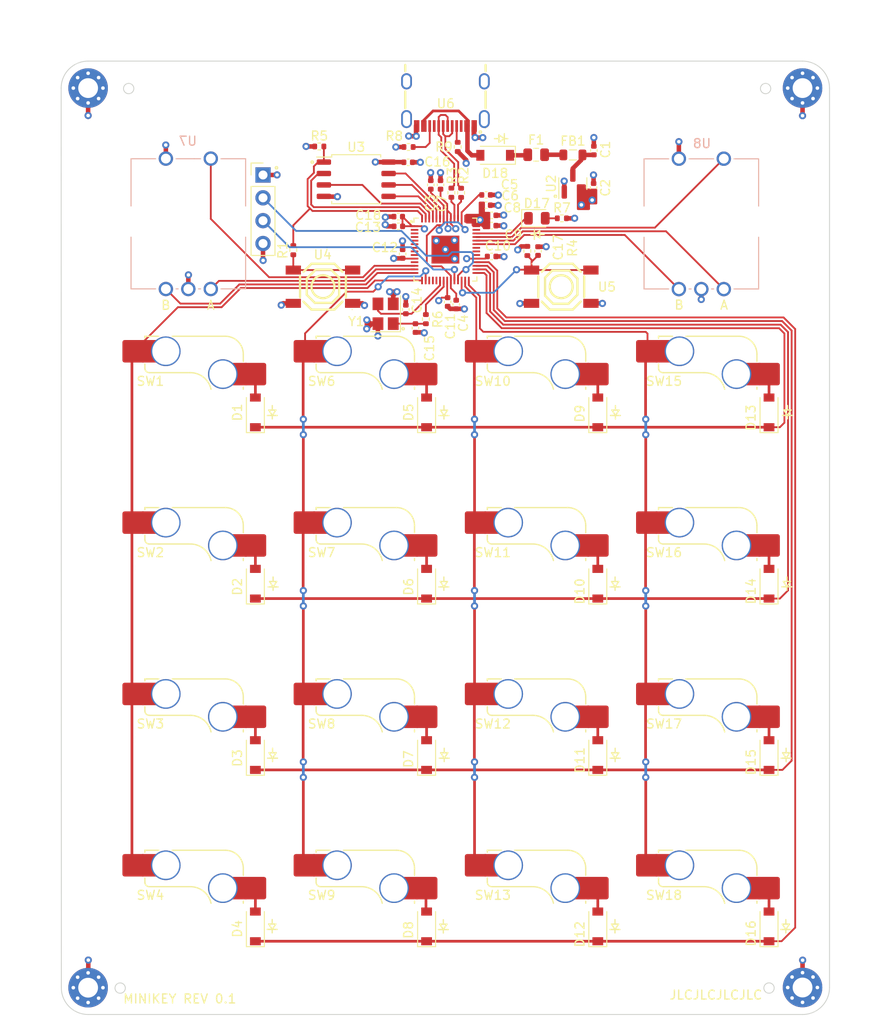
<source format=kicad_pcb>
(kicad_pcb (version 20211014) (generator pcbnew)
  (layers (0 "F.Cu" signal) (1 "In1.Cu" power) (2 "In2.Cu" power) (31 "B.Cu" signal) (34 "B.Paste" user) (35 "F.Paste" user) (36 "B.SilkS" user "B.Silkscreen") (37 "F.SilkS" user "F.Silkscreen") (38 "B.Mask" user) (39 "F.Mask" user) (44 "Edge.Cuts" user))
  (net 0 "")
  (net 1 "Net-(C1-Pad1)")
  (net 2 "GND")
  (net 3 "+3V3")
  (net 4 "XIN")
  (net 5 "Net-(C15-Pad2)")
  (net 6 "RUN")
  (net 7 "ROW0")
  (net 8 "Net-(D1-Pad2)")
  (net 9 "ROW1")
  (net 10 "Net-(D2-Pad2)")
  (net 11 "ROW2")
  (net 12 "Net-(D3-Pad2)")
  (net 13 "ROW3")
  (net 14 "Net-(D4-Pad2)")
  (net 15 "Net-(D5-Pad2)")
  (net 16 "Net-(D6-Pad2)")
  (net 17 "Net-(D7-Pad2)")
  (net 18 "Net-(D8-Pad2)")
  (net 19 "Net-(D9-Pad2)")
  (net 20 "Net-(D10-Pad2)")
  (net 21 "Net-(D11-Pad2)")
  (net 22 "Net-(D12-Pad2)")
  (net 23 "Net-(D13-Pad2)")
  (net 24 "Net-(D14-Pad2)")
  (net 25 "Net-(D15-Pad2)")
  (net 26 "Net-(D16-Pad2)")
  (net 27 "Net-(D18-Pad1)")
  (net 28 "VBUS")
  (net 29 "Net-(F1-Pad2)")
  (net 30 "SWDIO")
  (net 31 "SWCLK")
  (net 32 "Net-(R1-Pad1)")
  (net 33 "QSPI_SS_N")
  (net 34 "XOUT")
  (net 35 "Net-(R8-Pad2)")
  (net 36 "Net-(R9-Pad2)")
  (net 37 "COL0")
  (net 38 "ROT1_A")
  (net 39 "ROT1_B")
  (net 40 "COL1")
  (net 41 "COL2")
  (net 42 "ROT2_A")
  (net 43 "ROT2_B")
  (net 44 "COL3")
  (net 47 "ROT2_BTN")
  (net 49 "QSPI_SD3")
  (net 50 "QSPI_SCLK")
  (net 51 "QSPI_SD0")
  (net 52 "QSPI_SD2")
  (net 53 "QSPI_SD1")
  (net 61 "ROT1_BTN")
  (net 62 "USB_D-")
  (net 63 "USB_D+")
  (net 64 "+1V1")
  (net 65 "LED")
  (net 66 "Net-(D17-Pad2)")
  (footprint "Crystal:Crystal_SMD_3225-4Pin_3.2x2.5mm" (layer "F.Cu") (at 151.46 89.81 90)
    (fp_text reference "Y1")
    (fp_text value "12MHz")
  )
  (footprint "Diode_SMD:D_SOD-123" (layer "F.Cu") (at 136.9695 100.7745 90)
    (fp_text reference "D1")
    (fp_text value "D")
  )
  (footprint "MountingHole:MountingHole_2.2mm_M2_Pad_Via" (layer "F.Cu") (at 197.85 164.72)
    (fp_text reference "H4")
    (fp_text value "MountingHole_Pad")
  )
  (footprint "Diode_SMD:D_SOD-123" (layer "F.Cu") (at 194.1195 138.8745 90)
    (fp_text reference "D15")
    (fp_text value "D")
  )
  (footprint "Diode_SMD:D_SOD-123" (layer "F.Cu") (at 156.0195 119.8245 90)
    (fp_text reference "D6")
    (fp_text value "D")
  )
  (footprint "clipboard:4ccbdd0f-ed78-49ba-9130-90dc5cbf82b9" (layer "F.Cu") (at 139.28 138.62 90)
    (fp_text reference "")
    (fp_text value "")
  )
  (footprint "Resistor_SMD:R_0402_1005Metric" (layer "F.Cu") (at 159.48 71.26 90)
    (fp_text reference "R9")
    (fp_text value "5k1")
  )
  (footprint "clipboard:4ccbdd0f-ed78-49ba-9130-90dc5cbf82b9" (layer "F.Cu") (at 158.28 157.67 90)
    (fp_text reference "")
    (fp_text value "")
  )
  (footprint "Resistor_SMD:R_0402_1005Metric" (layer "F.Cu") (at 171.0725 79.2)
    (fp_text reference "R7")
    (fp_text value "1k5")
  )
  (footprint "Inductor_SMD:L_0805_2012Metric" (layer "F.Cu") (at 172.3 72.15)
    (fp_text reference "FB1")
    (fp_text value "100@100MHz")
  )
  (footprint "Capacitor_SMD:C_0402_1005Metric" (layer "F.Cu") (at 163.2585 78.867)
    (fp_text reference "C8")
    (fp_text value "100n")
  )
  (footprint "Diode_SMD:D_SOD-123" (layer "F.Cu") (at 194.1195 157.9245 90)
    (fp_text reference "D16")
    (fp_text value "D")
  )
  (footprint "Resistor_SMD:R_0402_1005Metric" (layer "F.Cu") (at 144.08 71.21)
    (fp_text reference "R5")
    (fp_text value "10k")
  )
  (footprint "extra-fp:simple-usb-c" (layer "F.Cu") (at 158.115 65.151 180)
    (fp_text reference "U6")
    (fp_text value "TYPE-C-31-M-12")
  )
  (footprint "Resistor_SMD:R_0402_1005Metric" (layer "F.Cu") (at 158.7775 76.35 90)
    (fp_text reference "R3")
    (fp_text value "27")
  )
  (footprint "Capacitor_SMD:C_0402_1005Metric" (layer "F.Cu") (at 168.42 82.84 90)
    (fp_text reference "C17")
    (fp_text value "100n")
  )
  (footprint "Capacitor_SMD:C_0402_1005Metric" (layer "F.Cu") (at 153.71 89.33 -90)
    (fp_text reference "C14")
    (fp_text value "30p")
  )
  (footprint "clipboard:4ccbdd0f-ed78-49ba-9130-90dc5cbf82b9" (layer "F.Cu") (at 177.38 157.68 90)
    (fp_text reference "")
    (fp_text value "")
  )
  (footprint "marbastlib-mx:SW_MX_HS_1u" (layer "F.Cu") (at 129.54 99.06)
    (fp_text reference "SW1")
    (fp_text value "MX_SW_HS" hide)
  )
  (footprint "clipboard:4ccbdd0f-ed78-49ba-9130-90dc5cbf82b9" (layer "F.Cu") (at 177.39 119.58 90)
    (fp_text reference "")
    (fp_text value "")
  )
  (footprint "Resistor_SMD:R_0402_1005Metric" (layer "F.Cu") (at 167.23 82.83 -90)
    (fp_text reference "R4")
    (fp_text value "10k")
  )
  (footprint "Capacitor_SMD:C_0402_1005Metric" (layer "F.Cu") (at 162.64 77.74)
    (fp_text reference "C6")
    (fp_text value "1u")
  )
  (footprint "Diode_SMD:D_SOD-123" (layer "F.Cu") (at 175.0695 138.8745 90)
    (fp_text reference "D11")
    (fp_text value "D")
  )
  (footprint "Capacitor_SMD:C_0402_1005Metric" (layer "F.Cu") (at 158.36 88.5 -90)
    (fp_text reference "C11")
    (fp_text value "100n")
  )
  (footprint "Diode_SMD:D_SOD-123" (layer "F.Cu") (at 136.9695 157.9245 90)
    (fp_text reference "D4")
    (fp_text value "D")
  )
  (footprint "clipboard:4ccbdd0f-ed78-49ba-9130-90dc5cbf82b9" (layer "F.Cu") (at 158.28 157.69 90)
    (fp_text reference "")
    (fp_text value "")
  )
  (footprint "Diode_SMD:D_SOD-123" (layer "F.Cu") (at 194.1195 119.8245 90)
    (fp_text reference "D14")
    (fp_text value "D")
  )
  (footprint "Capacitor_SMD:C_0402_1005Metric" (layer "F.Cu") (at 163.2585 80.01)
    (fp_text reference "C9")
    (fp_text value "100n")
  )
  (footprint "marbastlib-mx:SW_MX_HS_1u" (layer "F.Cu") (at 167.64 99.06)
    (fp_text reference "SW10")
    (fp_text value "MX_SW_HS" hide)
  )
  (footprint "marbastlib-mx:SW_MX_HS_1u" (layer "F.Cu") (at 186.69 137.16)
    (fp_text reference "SW17")
    (fp_text value "MX_SW_HS" hide)
  )
  (footprint "LED_SMD:LED_0805_2012Metric" (layer "F.Cu") (at 168.2825 79.19)
    (fp_text reference "D17")
    (fp_text value "LED")
  )
  (footprint "clipboard:4ccbdd0f-ed78-49ba-9130-90dc5cbf82b9" (layer "F.Cu") (at 196.53 119.58 90)
    (fp_text reference "")
    (fp_text value "")
  )
  (footprint "Capacitor_SMD:C_0402_1005Metric" (layer "F.Cu") (at 156.487 75.48 90)
    (fp_text reference "C3")
    (fp_text value "100n")
  )
  (footprint "Diode_SMD:D_SOD-123" (layer "F.Cu") (at 156.0195 138.8745 90)
    (fp_text reference "D7")
    (fp_text value "D")
  )
  (footprint "Capacitor_SMD:C_0402_1005Metric" (layer "F.Cu") (at 153.3525 83.157 90)
    (fp_text reference "C12")
    (fp_text value "100n")
  )
  (footprint "Capacitor_SMD:C_0402_1005Metric" (layer "F.Cu") (at 152.86 79.01 180)
    (fp_text reference "C18")
    (fp_text value "100n")
  )
  (footprint "Diode_SMD:D_SOD-123" (layer "F.Cu") (at 175.0695 157.9245 90)
    (fp_text reference "D12")
    (fp_text value "D")
  )
  (footprint "clipboard:4ccbdd0f-ed78-49ba-9130-90dc5cbf82b9" (layer "F.Cu") (at 177.41 138.62 90)
    (fp_text reference "")
    (fp_text value "")
  )
  (footprint "MountingHole:MountingHole_2.2mm_M2_Pad_Via" (layer "F.Cu") (at 118.36 64.72)
    (fp_text reference "H1")
    (fp_text value "MountingHole_Pad")
  )
  (footprint "marbastlib-mx:SW_MX_HS_1u" (layer "F.Cu") (at 148.59 156.21)
    (fp_text reference "SW9")
    (fp_text value "MX_SW_HS" hide)
  )
  (footprint "clipboard:4ccbdd0f-ed78-49ba-9130-90dc5cbf82b9" (layer "F.Cu") (at 196.42 138.62 90)
    (fp_text reference "")
    (fp_text value "")
  )
  (footprint "clipboard:4ccbdd0f-ed78-49ba-9130-90dc5cbf82b9" (layer "F.Cu") (at 164.07 69.905 180)
    (fp_text reference "")
    (fp_text value "")
  )
  (footprint "Package_SO:SOIC-8_5.23x5.23mm_P1.27mm" (layer "F.Cu") (at 148.19 74.85)
    (fp_text reference "U3")
    (fp_text value "W25Q128JVS")
  )
  (footprint "extra-fp:tactile-switch" (layer "F.Cu") (at 144.490025 86.800876 180)
    (fp_text reference "U4")
    (fp_text value "BOOT")
  )
  (footprint "Diode_SMD:D_SOD-123" (layer "F.Cu") (at 163.65 72.19 180)
    (fp_text reference "D18")
    (fp_text value "B5819W SL")
  )
  (footprint "marbastlib-mx:SW_MX_HS_1u" (layer "F.Cu") (at 148.59 99.06)
    (fp_text reference "SW6")
    (fp_text value "MX_SW_HS" hide)
  )
  (footprint "Package_TO_SOT_SMD:SOT-23" (layer "F.Cu") (at 172.29 75.3375 90)
    (fp_text reference "U2")
    (fp_text value "XC6206PxxxMR")
  )
  (footprint "Capacitor_SMD:C_0402_1005Metric" (layer "F.Cu") (at 162.64 76.597)
    (fp_text reference "C5")
    (fp_text value "1u")
  )
  (footprint "clipboard:4ccbdd0f-ed78-49ba-9130-90dc5cbf82b9" (layer "F.Cu") (at 139.24 157.67 90)
    (fp_text reference "")
    (fp_text value "")
  )
  (footprint "marbastlib-mx:SW_MX_HS_1u" (layer "F.Cu") (at 167.64 118.11)
    (fp_text reference "SW11")
    (fp_text value "MX_SW_HS" hide)
  )
  (footprint "clipboard:4ccbdd0f-ed78-49ba-9130-90dc5cbf82b9" (layer "F.Cu") (at 196.57 100.52 90)
    (fp_text reference "")
    (fp_text value "")
  )
  (footprint "marbastlib-mx:SW_MX_HS_1u" (layer "F.Cu") (at 167.64 156.21)
    (fp_text reference "SW13")
    (fp_text value "MX_SW_HS" hide)
  )
  (footprint "Resistor_SMD:R_0402_1005Metric" (layer "F.Cu") (at 155.94 90.41 90)
    (fp_text reference "R6")
    (fp_text value "1k")
  )
  (footprint "clipboard:4ccbdd0f-ed78-49ba-9130-90dc5cbf82b9" (layer "F.Cu") (at 158.34 100.52 90)
    (fp_text reference "")
    (fp_text value "")
  )
  (footprint "clipboard:4ccbdd0f-ed78-49ba-9130-90dc5cbf82b9" (layer "F.Cu") (at 177.37 157.67 90)
    (fp_text reference "")
    (fp_text value "")
  )
  (footprint "Diode_SMD:D_SOD-123" (layer "F.Cu") (at 156.0195 157.9245 90)
    (fp_text reference "D8")
    (fp_text value "D")
  )
  (footprint "Capacitor_SMD:C_0402_1005Metric" (layer "F.Cu") (at 157.57 75.48 90)
    (fp_text reference "C7")
    (fp_text value "100n")
  )
  (footprint "marbastlib-mx:SW_MX_HS_1u" (layer "F.Cu") (at 129.54 137.16)
    (fp_text reference "SW3")
    (fp_text value "MX_SW_HS" hide)
  )
  (footprint "footprints:QFN40P700X700X90-57N" (layer "F.Cu") (at 158.115 82.677)
    (fp_text reference "U1")
    (fp_text value "RP2040TR7")
  )
  (footprint "Diode_SMD:D_SOD-123" (layer "F.Cu") (at 194.1195 100.7745 90)
    (fp_text reference "D13")
    (fp_text value "D")
  )
  (footprint "marbastlib-mx:SW_MX_HS_1u" (layer "F.Cu") (at 167.64 137.16)
    (fp_text reference "SW12")
    (fp_text value "MX_SW_HS" hide)
  )
  (footprint "marbastlib-mx:SW_MX_HS_1u" (layer "F.Cu") (at 148.59 118.11)
    (fp_text reference "SW7")
    (fp_text value "MX_SW_HS" hide)
  )
  (footprint "clipboard:4ccbdd0f-ed78-49ba-9130-90dc5cbf82b9" (layer "F.Cu") (at 158.37 138.62 90)
    (fp_text reference "")
    (fp_text value "")
  )
  (footprint "extra-fp:tactile-switch" (layer "F.Cu") (at 171 86.8)
    (fp_text reference "U5")
    (fp_text value "RESET")
  )
  (footprint "Diode_SMD:D_SOD-123" (layer "F.Cu") (at 156.0195 100.7745 90)
    (fp_text reference "D5")
    (fp_text value "D")
  )
  (footprint "marbastlib-mx:SW_MX_HS_1u" (layer "F.Cu") (at 186.69 156.21)
    (fp_text reference "SW18")
    (fp_text value "MX_SW_HS" hide)
  )
  (footprint "marbastlib-mx:SW_MX_HS_1u" (layer "F.Cu") (at 129.54 118.11)
    (fp_text reference "SW2")
    (fp_text value "MX_SW_HS" hide)
  )
  (footprint "Diode_SMD:D_SOD-123" (layer "F.Cu") (at 175.0695 119.8245 90)
    (fp_text reference "D10")
    (fp_text value "D")
  )
  (footprint "clipboard:4ccbdd0f-ed78-49ba-9130-90dc5cbf82b9" (layer "F.Cu") (at 139.23 100.53 90)
    (fp_text reference "")
    (fp_text value "")
  )
  (footprint "clipboard:4ccbdd0f-ed78-49ba-9130-90dc5cbf82b9" (layer "F.Cu") (at 196.39 157.68 90)
    (fp_text reference "")
    (fp_text value "")
  )
  (footprint "marbastlib-mx:SW_MX_HS_1u" (layer "F.Cu") (at 186.69 99.06)
    (fp_text reference "SW15")
    (fp_text value "MX_SW_HS" hide)
  )
  (footprint "marbastlib-mx:SW_MX_HS_1u" (layer "F.Cu") (at 129.54 156.21)
    (fp_text reference "SW4")
    (fp_text value "MX_SW_HS" hide)
  )
  (footprint "marbastlib-mx:SW_MX_HS_1u" (layer "F.Cu") (at 148.59 137.16)
    (fp_text reference "SW8")
    (fp_text value "MX_SW_HS" hide)
  )
  (footprint "Diode_SMD:D_SOD-123" (layer "F.Cu") (at 175.0695 100.7745 90)
    (fp_text reference "D9")
    (fp_text value "D")
  )
  (footprint "clipboard:4ccbdd0f-ed78-49ba-9130-90dc5cbf82b9" (layer "F.Cu") (at 158.37 119.58 90)
    (fp_text reference "")
    (fp_text value "")
  )
  (footprint "Resistor_SMD:R_0402_1005Metric" (layer "F.Cu") (at 159.86 76.36 90)
    (fp_text reference "R2")
    (fp_text value "27")
  )
  (footprint "Capacitor_SMD:C_0402_1005Metric" (layer "F.Cu") (at 154.78 91.4 90)
    (fp_text reference "C15")
    (fp_text value "30p")
  )
  (footprint "Resistor_SMD:R_0402_1005Metric" (layer "F.Cu") (at 154.01 71.27)
    (fp_text reference "R8")
    (fp_text value "5k1")
  )
  (footprint "MountingHole:MountingHole_2.2mm_M2_Pad_Via" (layer "F.Cu") (at 118.36 164.74)
    (fp_text reference "H2")
    (fp_text value "MountingHole_Pad")
  )
  (footprint "Capacitor_SMD:C_0402_1005Metric" (layer "F.Cu") (at 153.97 72.97)
    (fp_text reference "C16")
    (fp_text value "100n")
  )
  (footprint "clipboard:4ccbdd0f-ed78-49ba-9130-90dc5cbf82b9" (layer "F.Cu") (at 139.33 119.58 90)
    (fp_text reference "")
    (fp_text value "")
  )
  (footprint "clipboard:4ccbdd0f-ed78-49ba-9130-90dc5cbf82b9" (layer "F.Cu") (at 177.42 100.52 90)
    (fp_text reference "")
    (fp_text value "")
  )
  (footprint "Capacitor_SMD:C_0402_1005Metric" (layer "F.Cu") (at 174.6 75.8 90)
    (fp_text reference "C2")
    (fp_text value "1u")
  )
  (footprint "clipboard:4ccbdd0f-ed78-49ba-9130-90dc5cbf82b9" (layer "F.Cu") (at 164.08 69.96 180)
    (fp_text reference "")
    (fp_text value "")
  )
  (footprint "Capacitor_SMD:C_0402_1005Metric" (layer "F.Cu") (at 174.63 71.66 90)
    (fp_text reference "C1")
    (fp_text value "1u")
  )
  (footprint "Capacitor_SMD:C_0402_1005Metric" (layer "F.Cu") (at 163.2585 83.439)
    (fp_text reference "C10")
    (fp_text value "100n")
  )
  (footprint "Capacitor_SMD:C_0402_1005Metric" (layer "F.Cu") (at 152.87 80.09 180)
    (fp_text reference "C13")
    (fp_text value "100n")
  )
  (footprint "MountingHole:MountingHole_2.2mm_M2_Pad_Via" (layer "F.Cu") (at 197.85 64.72)
    (fp_text reference "H3")
    (fp_text value "MountingHole_Pad")
  )
  (footprint "Fuse:Fuse_0805_2012Metric" (layer "F.Cu") (at 168.21 72.13)
    (fp_text reference "F1")
    (fp_text value "TLC-PSMD050")
  )
  (footprint "marbastlib-mx:SW_MX_HS_1u" (layer "F.Cu") (at 186.69 118.11)
    (fp_text reference "SW16")
    (fp_text value "MX_SW_HS" hide)
  )
  (footprint "Resistor_SMD:R_0402_1005Metric" (layer "F.Cu") (at 141.19 82.74 90)
    (fp_text reference "R1")
    (fp_text value "1k")
  )
  (footprint "clipboard:4ccbdd0f-ed78-49ba-9130-90dc5cbf82b9" (layer "F.Cu") (at 168.6 81.36)
    (fp_text reference "")
    (fp_text value "")
  )
  (footprint "Connector_PinHeader_2.54mm:PinHeader_1x04_P2.54mm_Vertical" (layer "F.Cu") (at 137.82 74.38)
    (fp_text reference "J1")
    (fp_text value "Conn_01x04")
  )
  (footprint "Diode_SMD:D_SOD-123" (layer "F.Cu") (at 136.9695 119.8245 90)
    (fp_text reference "D2")
    (fp_text value "D")
  )
  (footprint "Capacitor_SMD:C_0402_1005Metric" (layer "F.Cu") (at 159.3125 88.782 -90)
    (fp_text reference "C4")
    (fp_text value "100n")
  )
  (footprint "Diode_SMD:D_SOD-123" (layer "F.Cu") (at 136.9695 138.8745 90)
    (fp_text reference "D3")
    (fp_text value "D")
  )
  (footprint "clipboard:4ccbdd0f-ed78-49ba-9130-90dc5cbf82b9" (layer "F.Cu") (at 196.41 157.67 90)
    (fp_text reference "")
    (fp_text value "")
  )
  (footprint "footprints:PEC11R-4215F-S0024" (layer "B.Cu") (at 132.00845 72.558908 180)
    (fp_text reference "U7")
    (fp_text value "PEC11R-4215F-S0024")
  )
  (footprint "footprints:PEC11R-4215F-S0024" (layer "B.Cu") (at 189.08845 72.568908 180)
    (fp_text reference "U8")
    (fp_text value "PEC11R-4215F-S0024")
  )
  (gr_line (start 176.44 120.18) (end 177.54 120.18) (layer "F.SilkS") (width 0.15))
  (gr_line (start 139.28 138.62) (end 138.88 139.22) (layer "F.SilkS") (width 0.15))
  (gr_line (start 195.47 139.22) (end 196.57 139.22) (layer "F.SilkS") (width 0.15))
  (gr_line (start 167.63 80.98) (end 168.02 80.98) (layer "F.SilkS") (width 0.15))
  (gr_line (start 195.63 138.62) (end 196.42 138.62) (layer "F.SilkS") (width 0.15))
  (gr_line (start 176.64 100.52) (end 177.43 100.52) (layer "F.SilkS") (width 0.15))
  (gr_line (start 157.55 119.58) (end 158.34 119.58) (layer "F.SilkS") (width 0.15))
  (gr_line (start 177.035 100.52) (end 177.03 100.02) (layer "F.SilkS") (width 0.15))
  (gr_line (start 177.38 157.67) (end 176.98 158.27) (layer "F.SilkS") (width 0.15))
  (gr_line (start 196.5 119.57) (end 196.1 120.17) (layer "F.SilkS") (width 0.15))
  (gr_line (start 195.77 100.51) (end 196.56 100.51) (layer "F.SilkS") (width 0.15))
  (gr_line (start 176.98 158.26) (end 176.59 157.67) (layer "F.SilkS") (width 0.15))
  (gr_line (start 195.44 158.27) (end 196.54 158.27) (layer "F.SilkS") (width 0.15))
  (gr_line (start 157.88 158.66) (end 157.88 158.27) (layer "F.SilkS") (width 0.15))
  (gr_line (start 177.03 101.11) (end 176.64 100.52) (layer "F.SilkS") (width 0.15))
  (gr_line (start 158.34 119.58) (end 157.94 120.18) (layer "F.SilkS") (width 0.15))
  (gr_line (start 138.33 139.22) (end 139.43 139.22) (layer "F.SilkS") (width 0.15))
  (gr_line (start 157.985 138.62) (end 157.98 138.12) (layer "F.SilkS") (width 0.15))
  (gr_line (start 157.56 100.53) (end 158.35 100.53) (layer "F.SilkS") (width 0.15))
  (gr_line (start 196.165 100.51) (end 196.16 100.01) (layer "F.SilkS") (width 0.15))
  (gr_line (start 196.16 101.49) (end 196.16 101.1) (layer "F.SilkS") (width 0.15))
  (gr_line (start 139.24 157.66) (end 138.84 158.26) (layer "F.SilkS") (width 0.15))
  (gr_line (start 195.99 158.26) (end 195.6 157.67) (layer "F.SilkS") (width 0.15))
  (gr_line (start 177 139.6) (end 177 139.21) (layer "F.SilkS") (width 0.15))
  (gr_circle (center 139.32 73.58) (end 139.36 73.62) (layer "F.SilkS") (width 0.15) (fill none))
  (gr_line (start 138.39 120.18) (end 139.49 120.18) (layer "F.SilkS") (width 0.15))
  (gr_line (start 177 139.21) (end 176.61 138.62) (layer "F.SilkS") (width 0.15))
  (gr_line (start 176.48 101.12) (end 177.58 101.12) (layer "F.SilkS") (width 0.15))
  (gr_line (start 168.02 80.98) (end 168.61 80.59) (layer "F.SilkS") (width 0.15))
  (gr_line (start 138.885 138.62) (end 138.88 138.12) (layer "F.SilkS") (width 0.15))
  (gr_line (start 168.61 80.59) (end 168.61 81.38) (layer "F.SilkS") (width 0.15))
  (gr_line (start 176.985 157.67) (end 176.98 157.17) (layer "F.SilkS") (width 0.15))
  (gr_line (start 168.01 80.43) (end 168.01 81.53) (layer "F.SilkS") (width 0.15))
  (gr_line (start 164.07 69.94) (end 164.67 70.34) (layer "F.SilkS") (width 0.15))
  (gr_line (start 138.45 157.66) (end 139.24 157.66) (layer "F.SilkS") (width 0.15))
  (gr_line (start 138.29 158.26) (end 139.39 158.26) (layer "F.SilkS") (width 0.15))
  (gr_line (start 157.43 139.22) (end 158.53 139.22) (layer "F.SilkS") (width 0.15))
  (gr_line (start 176.98 158.65) (end 176.98 158.26) (layer "F.SilkS") (width 0.15))
  (gr_line (start 138.845 157.66) (end 138.84 157.16) (layer "F.SilkS") (width 0.15))
  (gr_line (start 157.59 138.62) (end 158.38 138.62) (layer "F.SilkS") (width 0.15))
  (gr_line (start 177.005 138.62) (end 177 138.12) (layer "F.SilkS") (width 0.15))
  (gr_line (start 177.43 100.52) (end 177.03 101.12) (layer "F.SilkS") (width 0.15))
  (gr_line (start 157.885 157.68) (end 157.88 157.18) (layer "F.SilkS") (width 0.15))
  (gr_line (start 138.94 120.56) (end 138.94 120.17) (layer "F.SilkS") (width 0.15))
  (gr_line (start 158.35 100.53) (end 157.95 101.13) (layer "F.SilkS") (width 0.15))
  (gr_line (start 196.39 157.67) (end 195.99 158.27) (layer "F.SilkS") (width 0.15))
  (gr_line (start 164.67 70.89) (end 164.67 69.79) (layer "F.SilkS") (width 0.15))
  (gr_line (start 195.6 157.67) (end 196.39 157.67) (layer "F.SilkS") (width 0.15))
  (gr_line (start 196.02 139.6) (end 196.02 139.21) (layer "F.SilkS") (width 0.15))
  (gr_line (start 168.61 80.985) (end 169.11 80.98) (layer "F.SilkS") (width 0.15))
  (gr_line (start 157.4 101.13) (end 158.5 101.13) (layer "F.SilkS") (width 0.15))
  (gr_line (start 196.16 101.1) (end 195.77 100.51) (layer "F.SilkS") (width 0.15))
  (gr_line (start 176.61 138.62) (end 177.4 138.62) (layer "F.SilkS") (width 0.15))
  (gr_line (start 195.99 158.65) (end 195.99 158.26) (layer "F.SilkS") (width 0.15))
  (gr_line (start 157.88 158.27) (end 157.49 157.68) (layer "F.SilkS") (width 0.15))
  (gr_line (start 176.59 157.67) (end 177.38 157.67) (layer "F.SilkS") (width 0.15))
  (gr_line (start 164.66 70.34) (end 164.07 70.73) (layer "F.SilkS") (width 0.15))
  (gr_line (start 157.945 119.58) (end 157.94 119.08) (layer "F.SilkS") (width 0.15))
  (gr_line (start 158.38 138.62) (end 157.98 139.22) (layer "F.SilkS") (width 0.15))
  (gr_line (start 196.42 138.62) (end 196.02 139.22) (layer "F.SilkS") (width 0.15))
  (gr_line (start 177.4 138.62) (end 177 139.22) (layer "F.SilkS") (width 0.15))
  (gr_line (start 196.105 119.57) (end 196.1 119.07) (layer "F.SilkS") (width 0.15))
  (gr_line (start 157.98 139.21) (end 157.59 138.62) (layer "F.SilkS") (width 0.15))
  (gr_line (start 138.88 139.21) (end 138.49 138.62) (layer "F.SilkS") (width 0.15))
  (gr_line (start 138.88 139.6) (end 138.88 139.21) (layer "F.SilkS") (width 0.15))
  (gr_line (start 157.94 120.56) (end 157.94 120.17) (layer "F.SilkS") (width 0.15))
  (gr_line (start 138.46 100.52) (end 139.25 100.52) (layer "F.SilkS") (width 0.15))
  (gr_line (start 195.61 101.11) (end 196.71 101.11) (layer "F.SilkS") (width 0.15))
  (gr_line (start 139.34 119.58) (end 138.94 120.18) (layer "F.SilkS") (width 0.15))
  (gr_line (start 176.45 139.22) (end 177.55 139.22) (layer "F.SilkS") (width 0.15))
  (gr_line (start 157.95 101.51) (end 157.95 101.12) (layer "F.SilkS") (width 0.15))
  (gr_line (start 196.02 139.21) (end 195.63 138.62) (layer "F.SilkS") (width 0.15))
  (gr_line (start 138.55 119.58) (end 139.34 119.58) (layer "F.SilkS") (width 0.15))
  (gr_line (start 138.49 138.62) (end 139.28 138.62) (layer "F.SilkS") (width 0.15))
  (gr_line (start 139.25 100.52) (end 138.85 101.12) (layer "F.SilkS") (width 0.15))
  (gr_line (start 165.05 70.34) (end 164.66 70.34) (layer "F.SilkS") (width 0.15))
  (gr_line (start 196.1 120.16) (end 195.71 119.57) (layer "F.SilkS") (width 0.15))
  (gr_line (start 168.61 81.38) (end 168.01 80.98) (layer "F.SilkS") (width 0.15))
  (gr_line (start 196.56 100.51) (end 196.16 101.11) (layer "F.SilkS") (width 0.15))
  (gr_line (start 157.98 139.6) (end 157.98 139.21) (layer "F.SilkS") (width 0.15))
  (gr_line (start 157.94 120.17) (end 157.55 119.58) (layer "F.SilkS") (width 0.15))
  (gr_line (start 138.94 120.17) (end 138.55 119.58) (layer "F.SilkS") (width 0.15))
  (gr_line (start 176.99 120.17) (end 176.6 119.58) (layer "F.SilkS") (width 0.15))
  (gr_line (start 138.855 100.52) (end 138.85 100.02) (layer "F.SilkS") (width 0.15))
  (gr_circle (center 162.003432 69.6) (end 162.043432 69.64) (layer "F.SilkS") (width 0.15) (fill none))
  (gr_line (start 157.955 100.53) (end 157.95 100.03) (layer "F.SilkS") (width 0.15))
  (gr_line (start 176.995 119.58) (end 176.99 119.08) (layer "F.SilkS") (width 0.15))
  (gr_line (start 158.28 157.68) (end 157.88 158.28) (layer "F.SilkS") (width 0.15))
  (gr_line (start 138.85 101.11) (end 138.46 100.52) (layer "F.SilkS") (width 0.15))
  (gr_line (start 138.945 119.58) (end 138.94 119.08) (layer "F.SilkS") (width 0.15))
  (gr_line (start 176.6 119.58) (end 177.39 119.58) (layer "F.SilkS") (width 0.15))
  (gr_line (start 138.84 158.64) (end 138.84 158.25) (layer "F.SilkS") (width 0.15))
  (gr_line (start 157.33 158.28) (end 158.43 158.28) (layer "F.SilkS") (width 0.15))
  (gr_line (start 176.99 120.56) (end 176.99 120.17) (layer "F.SilkS") (width 0.15))
  (gr_line (start 164.07 70.335) (end 163.57 70.34) (layer "F.SilkS") (width 0.15))
  (gr_line (start 195.995 157.67) (end 195.99 157.17) (layer "F.SilkS") (width 0.15))
  (gr_line (start 138.85 101.5) (end 138.85 101.11) (layer "F.SilkS") (width 0.15))
  (gr_line (start 138.84 158.25) (end 138.45 157.66) (layer "F.SilkS") (width 0.15))
  (gr_circle (center 153.41 91.473432) (end 153.45 91.513432) (layer "F.SilkS") (width 0.15) (fill none))
  (gr_line (start 177.39 119.58) (end 176.99 120.18) (layer "F.SilkS") (width 0.15))
  (gr_line (start 196.025 138.62) (end 196.02 138.12) (layer "F.SilkS") (width 0.15))
  (gr_line (start 157.39 120.18) (end 158.49 120.18) (layer "F.SilkS") (width 0.15))
  (gr_line (start 196.1 120.55) (end 196.1 120.16) (layer "F.SilkS") (width 0.15))
  (gr_line (start 176.43 158.27) (end 177.53 158.27) (layer "F.SilkS") (width 0.15))
  (gr_line (start 157.95 101.12) (end 157.56 100.53) (layer "F.SilkS") (width 0.15))
  (gr_line (start 195.71 119.57) (end 196.5 119.57) (layer "F.SilkS") (width 0.15))
  (gr_line (start 164.07 70.73) (end 164.07 69.94) (layer "F.SilkS") (width 0.15))
  (gr_line (start 157.49 157.68) (end 158.28 157.68) (layer "F.SilkS") (width 0.15))
  (gr_circle (center 143.293432 72.95) (end 143.333432 72.99) (layer "F.SilkS") (width 0.15) (fill none))
  (gr_line (start 177.03 101.5) (end 177.03 101.11) (layer "F.SilkS") (width 0.15))
  (gr_circle (center 170.353432 76.75) (end 170.393432 76.79) (layer "F.SilkS") (width 0.15) (fill none))
  (gr_line (start 195.55 120.17) (end 196.65 120.17) (layer "F.SilkS") (width 0.15))
  (gr_line (start 138.3 101.12) (end 139.4 101.12) (layer "F.SilkS") (width 0.15))
  (gr_line (start 200.85 64.72) (end 200.85 164.72) (layer "Edge.Cuts") (width 0.1))
  (gr_circle locked (center 122.8725 64.77) (end 123.4485 64.77) (layer "Edge.Cuts") (width 0.1) (fill none))
  (gr_arc (start 200.85 164.72) (mid 199.97132 166.84132) (end 197.85 167.72) (layer "Edge.Cuts") (width 0.1))
  (gr_arc (start 118.36 167.720016) (mid 116.25281 166.84719) (end 115.379984 164.74) (layer "Edge.Cuts") (width 0.1))
  (gr_circle locked (center 193.7385 64.77) (end 194.3145 64.77) (layer "Edge.Cuts") (width 0.1) (fill none))
  (gr_arc (start 115.359934 64.72) (mid 116.238633 62.598633) (end 118.36 61.719934) (layer "Edge.Cuts") (width 0.1))
  (gr_circle locked (center 194.1195 164.778) (end 194.6955 164.778) (layer "Edge.Cuts") (width 0.1) (fill none))
  (gr_arc (start 197.85 61.72) (mid 199.97132 62.59868) (end 200.85 64.72) (layer "Edge.Cuts") (width 0.1))
  (gr_line (start 197.85 167.72) (end 118.36 167.720016) (layer "Edge.Cuts") (width 0.1))
  (gr_line (start 118.36 61.72) (end 197.85 61.72) (layer "Edge.Cuts") (width 0.1))
  (gr_line (start 115.379984 164.74) (end 115.359934 64.72) (layer "Edge.Cuts") (width 0.1))
  (gr_circle locked (center 121.9245 164.7825) (end 122.5005 164.7825) (layer "Edge.Cuts") (width 0.1) (fill none))
  (gr_text "B" (at 184.11 88.83) (layer "F.SilkS") (effects (font (size 1 1))))
  (gr_text "B" (at 127 88.86) (layer "F.SilkS") (effects (font (size 1 1))))
  (gr_text "JLCJLCJLCJLC" (at 188.21 165.55) (layer "F.SilkS") (effects (font (size 1 1))))
  (gr_text "A" (at 132.01 88.87) (layer "F.SilkS") (effects (font (size 1 1))))
  (gr_text "MINIKEY REV 0.1" (at 128.56 165.98) (layer "F.SilkS") (effects (font (size 1 1))))
  (gr_text "A" (at 189.12 88.84) (layer "F.SilkS") (effects (font (size 1 1))))
  (segment (start 173.2125 72.15) (end 173.2125 72.7275) (width 0.5) (layer "F.Cu") (net 1))
  (segment (start 173.2125 72.7275) (end 172.29 73.65) (width 0.5) (layer "F.Cu") (net 1))
  (segment (start 174.62 72.15) (end 174.63 72.14) (width 0.5) (layer "F.Cu") (net 1))
  (segment (start 172.29 73.65) (end 172.29 74.4) (width 0.5) (layer "F.Cu") (net 1))
  (segment (start 173.2125 72.15) (end 174.62 72.15) (width 0.5) (layer "F.Cu") (net 1))
  (segment (start 184.08845 70.68155) (end 184.09 70.68) (width 0.5) (layer "F.Cu") (net 2))
  (segment (start 150.6 92.28) (end 150.6 90.92) (width 0.5) (layer "F.Cu") (net 2))
  (segment (start 157.57 75) (end 157.57 74.12) (width 0.5) (layer "F.Cu") (net 2))
  (segment (start 174.63 71.18) (end 174.63 70.22) (width 0.5) (layer "F.Cu") (net 2))
  (segment (start 149.37 90.5) (end 149.37 91.47) (width 0.5) (layer "F.Cu") (net 2))
  (segment (start 140.04873 88.65127) (end 139.85 88.85) (width 0.5) (layer "F.Cu") (net 2))
  (segment (start 146.1 76.79) (end 144.625 76.79) (width 0.5) (layer "F.Cu") (net 2))
  (segment (start 151.6095 80.09) (end 151.42 79.9005) (width 0.5) (layer "F.Cu") (net 2))
  (segment (start 152.38 79.01) (end 151.499569 79.01) (width 0.5) (layer "F.Cu") (net 2))
  (segment (start 186.58845 88.21155) (end 186.58 88.22) (width 0.5) (layer "F.Cu") (net 2))
  (segment (start 161.415554 70.22) (end 161.116054 69.9205) (width 0.2) (layer "F.Cu") (net 2))
  (segment (start 154.840895 70.010895) (end 154.840895 68.935087) (width 0.5) (layer "F.Cu") (net 2))
  (segment (start 137.82 82) (end 137.82 83.87) (width 0.5) (layer "F.Cu") (net 2))
  (segment (start 163.987 76.597) (end 164 76.61) (width 0.5) (layer "F.Cu") (net 2))
  (segment (start 149.93 90.91) (end 149.36 91.48) (width 0.5) (layer "F.Cu") (net 2))
  (segment (start 147.79 88.65) (end 148.88 88.65) (width 0.5) (layer "F.Cu") (net 2))
  (segment (start 163.97 77.74) (end 163.99 77.76) (width 0.5) (layer "F.Cu") (net 2))
  (segment (start 151.499569 79.01) (end 151.43 79.079569) (width 0.5) (layer "F.Cu") (net 2))
  (segment (start 149.78 90.91) (end 149.37 90.5) (width 0.5) (layer "F.Cu") (net 2))
  (segment (start 163.12 76.597) (end 163.987 76.597) (width 0.5) (layer "F.Cu") (net 2))
  (segment (start 186.58845 86.688908) (end 186.58845 88.21155) (width 0.5) (layer "F.Cu") (net 2))
  (segment (start 163.7385 78.867) (end 164.573 78.867) (width 0.5) (layer "F.Cu") (net 2))
  (segment (start 161.116054 69.9205) (end 161.116054 69.05) (width 0.2) (layer "F.Cu") (net 2))
  (segment (start 150.61 90.91) (end 149.93 90.91) (width 0.5) (layer "F.Cu") (net 2))
  (segment (start 163.12 77.74) (end 163.97 77.74) (width 0.5) (layer "F.Cu") (net 2))
  (segment (start 127.00845 71.05845) (end 127 71.05) (width 0.5) (layer "F.Cu") (net 2))
  (segment (start 154.87 70.07) (end 154.05 70.07) (width 0.5) (layer "F.Cu") (net 2))
  (segment (start 164.609 83.439) (end 164.63 83.46) (width 0.5) (layer "F.Cu") (net 2))
  (segment (start 152.31 87.78) (end 152.73 87.36) (width 0.5) (layer "F.Cu") (net 2))
  (segment (start 155.71 91.88) (end 155.76 91.93) (width 0.5) (layer "F.Cu") (net 2))
  (segment (start 141.19005 88.65127) (end 140.04873 88.65127) (width 0.5) (layer "F.Cu") (net 2))
  (segment (start 171.34 75.07) (end 171.33 75.06) (width 0.5) (layer "F.Cu") (net 2))
  (segment (start 129.50845 87.058908) (end 129.50845 85.50155) (width 0.5) (layer "F.Cu") (net 2))
  (segment (start 161.27 70.074446) (end 161.27 69.039033) (width 0.2) (layer "F.Cu") (net 2))
  (segment (start 153.3525 81.7225) (end 153.34 81.71) (width 0.5) (layer "F.Cu") (net 2))
  (segment (start 166.419606 88.650394) (end 166.4 88.67) (width 0.5) (layer "F.Cu") (net 2))
  (segment (start 162.27 70.23) (end 161.425554 70.23) (width 0.5) (layer "F.Cu") (net 2))
  (segment (start 161.425554 70.23) (end 161.415554 70.22) (width 0.5) (layer "F.Cu") (net 2))
  (segment (start 137.82 83.87) (end 137.83 83.88) (width 0.5) (layer "F.Cu") (net 2))
  (segment (start 148.88 88.65) (end 149.11 88.88) (width 0.5) (layer "F.Cu") (net 2))
  (segment (start 149.37 91.47) (end 149.36 91.48) (width 0.5) (layer "F.Cu") (net 2))
  (segment (start 150.6 90.92) (end 150.61 90.91) (width 0.5) (layer "F.Cu") (net 2))
  (segment (start 164.59 80.01) (end 164.61 80.03) (width 0.5) (layer "F.Cu") (net 2))
  (segment (start 174.6 74.39) (end 174.59 74.38) (width 0.5) (layer "F.Cu") (net 2))
  (segment (start 159.3125 89.262) (end 160.202 89.262) (width 0.5) (layer "F.Cu") (net 2))
  (segment (start 152.39 80.09) (end 151.6095 80.09) (width 0.5) (layer "F.Cu") (net 2))
  (segment (start 161.415554 70.22) (end 161.27 70.074446) (width 0.2) (layer "F.Cu") (net 2))
  (segment (start 154.9 70.07) (end 154.840895 70.010895) (width 0.5) (layer "F.Cu") (net 2))
  (segment (start 158.36 88.98) (end 158.642 89.262) (width 0.5) (layer "F.Cu") (net 2))
  (segment (start 154.45 72.97) (end 155.32 72.97) (width 0.5) (layer "F.Cu") (net 2))
  (segment (start 169.31 82.36) (end 169.32 82.35) (width 0.5) (layer "F.Cu") (net 2))
  (segment (start 156.487 74.137) (end 156.47 74.12) (width 0.5) (layer "F.Cu") (net 2))
  (segment (start 167.700025 88.650394) (end 166.419606 88.650394) (width 0.5) (layer "F.Cu") (net 2))
  (segment (start 158.642 89.262) (end 159.3125 89.262) (width 0.5) (layer "F.Cu") (net 2))
  (segment (start 161.27 69.039033) (end 161.166054 68.935087) (width 0.2) (layer "F.Cu") (net 2))
  (segment (start 171.34 76.275) (end 171.34 75.07) (width 0.5) (layer "F.Cu") (net 2))
  (segment (start 161.466029 68.935087) (end 161.466029 70.169525) (width 0.2) (layer "F.Cu") (net 2))
  (segment (start 118.38 161.67) (end 118.38 164.72) (width 0.5) (layer "F.Cu") (net 2))
  (segment (start 154.87 70.07) (end 154.9 70.07) (width 0.5) (layer "F.Cu") (net 2))
  (segment (start 197.85 164.72) (end 197.85 161.69) (width 0.5) (layer "F.Cu") (net 2))
  (segment (start 156.487 75) (end 156.487 74.137) (width 0.5) (layer "F.Cu") (net 2))
  (segment (start 163.7385 83.439) (end 164.609 83.439) (width 0.5) (layer "F.Cu") (net 2))
  (segment (start 151.91 87.36) (end 152.73 87.36) (width 0.5) (layer "F.Cu") (net 2))
  (segment (start 118.38 164.72) (end 118.36 164.74) (width 0.5) (layer "F.Cu") (net 2))
  (segment (start 154.05 70.07) (end 154.03 70.05) (width 0.5) (layer "F.Cu") (net 2))
  (segment (start 152.31 88.71) (end 152.31 87.76) (width 0.5) (layer "F.Cu") (net 2))
  (segment (start 163.7385 80.01) (end 164.59 80.01) (width 0.5) (layer "F.Cu") (net 2))
  (segment (start 127.00845 72.558908) (end 127.00845 71.05845) (width 0.5) (layer "F.Cu") (net 2))
  (segment (start 152.31 88.71) (end 152.31 87.78) (width 0.5) (layer "F.Cu") (net 2))
  (segment (start 154.78 91.88) (end 155.71 91.88) (width 0.5) (layer "F.Cu") (net 2))
  (segment (start 161.466029 70.169525) (end 161.415554 70.22) (width 0.2) (layer "F.Cu") (net 2))
  (segment (start 184.08845 72.568908) (end 184.08845 70.68155) (width 0.5) (layer "F.Cu") (net 2))
  (segment (start 164.573 78.867) (end 164.6 78.84) (width 0.5) (layer "F.Cu") (net 2))
  (segment (start 174.6 75.32) (end 174.6 74.39) (width 0.5) (layer "F.Cu") (net 2))
  (segment (start 129.50845 85.50155) (end 129.52 85.49) (width 0.5) (layer "F.Cu") (net 2))
  (segment (start 174.299975 88.650394) (end 175.570394 88.650394) (width 0.5) (layer "F.Cu") (net 2))
  (segment (start 153.5 71.27) (end 152.6 71.27) (width 0.5) (layer "F.Cu") (net 2))
  (segment (start 168.42 82.36) (end 169.31 82.36) (width 0.5) (layer "F.Cu") (net 2))
  (segment (start 118.36 67.77) (end 118.36 64.72) (width 0.5) (layer "F.Cu") (net 2))
  (segment (start 144.625 76.79) (end 144.59 76.755) (width 0.5) (layer "F.Cu") (net 2))
  (segment (start 160.202 89.262) (end 160.22 89.28) (width 0.5) (layer "F.Cu") (net 2))
  (segment (start 153.3525 82.677) (end 153.3525 81.7225) (width 0.5) (layer "F.Cu") (net 2))
  (segment (start 150.61 90.91) (end 149.78 90.91) (width 0.5) (layer "F.Cu") (net 2))
  (segment (start 152.31 87.76) (end 151.91 87.36) (width 0.5) (layer "F.Cu") (net 2))
  (segment (start 160.42 72.71) (end 160.42 73.08) (width 0.5) (layer "F.Cu") (net 2))
  (segment (start 197.85 161.69) (end 197.86 161.68) (width 0.5) (layer "F.Cu") (net 2))
  (segment (start 197.85 67.79) (end 197.85 64.72) (width 0.5) (layer "F.Cu") (net 2))
  (segment (start 153.71 88.85) (end 153.71 87.9) (width 0.5) (layer "F.Cu") (net 2))
  (segment (start 175.570394 88.650394) (end 175.58 88.66) (width 0.5) (layer "F.Cu") (net 2))
  (segment (start 159.48 71.77) (end 160.42 72.71) (width 0.5) (layer "F.Cu") (net 2))
  (via (at 197.86 161.68) (size 0.8) (drill 0.4) (layers "F.Cu" "B.Cu") (net 2))
  (via (at 163.99 77.76) (size 0.8) (drill 0.4) (layers "F.Cu" "B.Cu") (net 2))
  (via (at 152.73 87.36) (size 0.8) (drill 0.4) (layers "F.Cu" "B.Cu") (net 2))
  (via (at 157.57 74.12) (size 0.8) (drill 0.4) (layers "F.Cu" "B.Cu") (net 2))
  (via (at 166.4 88.67) (size 0.8) (drill 0.4) (layers "F.Cu" "B.Cu") (net 2))
  (via (at 197.85 67.79) (size 0.8) (drill 0.4) (layers "F.Cu" "B.Cu") (net 2))
  (via (at 154.87 70.07) (size 0.8) (drill 0.4) (layers "F.Cu" "B.Cu") (net 2))
  (via (at 159.14 83.7) (size 0.8) (drill 0.4) (layers "F.Cu" "B.Cu") (net 2))
  (via (at 137.83 83.88) (size 0.8) (drill 0.4) (layers "F.Cu" "B.Cu") (net 2))
  (via (at 155.76 91.93) (size 0.8) (drill 0.4) (layers "F.Cu" "B.Cu") (net 2))
  (via (at 160.42 73.08) (size 0.8) (drill 0.4) (layers "F.Cu" "B.Cu") (net 2))
  (via (at 153.34 81.71) (size 0.8) (drill 0.4) (layers "F.Cu" "B.Cu") (net 2))
  (via (at 151.43 79.079569) (size 0.8) (drill 0.4) (layers "F.Cu" "B.Cu") (net 2))
  (via (at 169.32 82.35) (size 0.8) (drill 0.4) (layers "F.Cu" "B.Cu") (net 2))
  (via (at 174.63 70.22) (size 0.8) (drill 0.4) (layers "F.Cu" "B.Cu") (net 2))
  (via (at 164.63 83.46) (size 0.8) (drill 0.4) (layers "F.Cu" "B.Cu") (net 2))
  (via (at 159.12 81.64) (size 0.8) (drill 0.4) (layers "F.Cu" "B.Cu") (net 2))
  (via (at 156.47 74.12) (size 0.8) (drill 0.4) (layers "F.Cu" "B.Cu") (net 2))
  (via (at 164.61 80.03) (size 0.8) (drill 0.4) (layers "F.Cu" "B.Cu") (net 2))
  (via (at 154.03 70.05) (size 0.8) (drill 0.4) (layers "F.Cu" "B.Cu") (net 2))
  (via (at 118.38 161.67) (size 0.8) (drill 0.4) (layers "F.Cu" "B.Cu") (net 2))
  (via (at 150.6 92.28) (size 0.8) (drill 0.4) (layers "F.Cu" "B.Cu") (net 2))
  (via (at 151.42 79.9005) (size 0.8) (drill 0.4) (layers "F.Cu" "B.Cu") (net 2))
  (via (at 153.71 87.9) (size 0.8) (drill 0.4) (layers "F.Cu" "B.Cu") (net 2))
  (via (at 164 76.61) (size 0.8) (drill 0.4) (layers "F.Cu" "B.Cu") (net 2))
  (via (at 149.37 90.5) (size 0.8) (drill 0.4) (layers "F.Cu" "B.Cu") (net 2))
  (via (at 171.33 75.06) (size 0.8) (drill 0.4) (layers "F.Cu" "B.Cu") (net 2))
  (via (at 149.36 91.48) (size 0.8) (drill 0.4) (layers "F.Cu" "B.Cu") (net 2))
  (via (at 157.1 81.69) (size 0.8) (drill 0.4) (layers "F.Cu" "B.Cu") (net 2))
  (via (at 158.11 82.66) (size 0.8) (drill 0.4) (layers "F.Cu" "B.Cu") (net 2))
  (via (at 174.59 74.38) (size 0.8) (drill 0.4) (layers "F.Cu" "B.Cu") (net 2))
  (via (at 129.52 85.49) (size 0.8) (drill 0.4) (layers "F.Cu" "B.Cu") (net 2))
  (via (at 139.85 88.85) (size 0.8) (drill 0.4) (layers "F.Cu" "B.Cu") (net 2))
  (via (at 151.91 87.36) (size 0.8) (drill 0.4) (layers "F.Cu" "B.Cu") (net 2))
  (via (at 162.27 70.23) (size 0.8) (drill 0.4) (layers "F.Cu" "B.Cu") (net 2))
  (via (at 175.58 88.66) (size 0.8) (drill 0.4) (layers "F.Cu" "B.Cu") (net 2))
  (via (at 186.58 88.22) (size 0.8) (drill 0.4) (layers "F.Cu" "B.Cu") (net 2))
  (via (at 152.6 71.27) (size 0.8) (drill 0.4) (layers "F.Cu" "B.Cu") (net 2))
  (via (at 118.36 67.77) (size 0.8) (drill 0.4) (layers "F.Cu" "B.Cu") (net 2))
  (via (at 146.1 76.79) (size 0.8) (drill 0.4) (layers "F.Cu" "B.Cu") (net 2))
  (via (at 160.22 89.28) (size 0.8) (drill 0.4) (layers "F.Cu" "B.Cu") (net 2))
  (via (at 164.6 78.84) (size 0.8) (drill 0.4) (layers "F.Cu" "B.Cu") (net 2))
  (via (at 149.11 88.88) (size 0.8) (drill 0.4) (layers "F.Cu" "B.Cu") (net 2))
  (via (at 161.415554 70.22) (size 0.8) (drill 0.4) (layers "F.Cu" "B.Cu") (net 2))
  (via (at 184.09 70.68) (size 0.8) (drill 0.4) (layers "F.Cu" "B.Cu") (net 2))
  (via (at 127 71.05) (size 0.8) (drill 0.4) (layers "F.Cu" "B.Cu") (net 2))
  (via (at 155.32 72.97) (size 0.8) (drill 0.4) (layers "F.Cu" "B.Cu") (net 2))
  (segment (start 159.26 80.35) (end 158.69 79.78) (width 0.2) (layer "F.Cu") (net 3))
  (segment (start 166.544159 82.32) (end 166.160145 82.704014) (width 0.5) (layer "F.Cu") (net 3))
  (segment (start 151.79 72.945) (end 150.325 72.945) (width 0.5) (layer "F.Cu") (net 3))
  (segment (start 158.315 86.112) (end 158.315 87.975) (width 0.2) (layer "F.Cu") (net 3))
  (segment (start 154.68 80.077) (end 154.407 80.077) (width 0.2) (layer "F.Cu") (net 3))
  (segment (start 161.55 83.677) (end 162.5405 83.677) (width 0.2) (layer "F.Cu") (net 3))
  (segment (start 142.62 71.21) (end 142.61 71.2) (width 0.5) (layer "F.Cu") (net 3))
  (segment (start 158.69 79.78) (end 158.69 79.267) (width 0.2) (layer "F.Cu") (net 3))
  (segment (start 158.315 79.242) (end 158.315 78.315) (width 0.2) (layer "F.Cu") (net 3))
  (segment (start 161.55 83.677) (end 160.483 83.677) (width 0.2) (layer "F.Cu") (net 3))
  (segment (start 153.3395 83.65) (end 153.3525 83.637) (width 0.5) (layer "F.Cu") (net 3))
  (segment (start 157.69493 88.02) (end 157.367465 88.347465) (width 0.2) (layer "F.Cu") (net 3))
  (segment (start 154.68 80.077) (end 155.487 80.077) (width 0.2) (layer "F.Cu") (net 3))
  (segment (start 143.57 71.21) (end 142.62 71.21) (width 0.5) (layer "F.Cu") (net 3))
  (segment (start 157.57 76.86) (end 157.57 75.96) (width 0.2) (layer "F.Cu") (net 3))
  (segment (start 137.82 74.38) (end 139.37 74.38) (width 0.5) (layer "F.Cu") (net 3))
  (segment (start 158.715 79.242) (end 158.715 78.715) (width 0.2) (layer "F.Cu") (net 3))
  (segment (start 153.3925 83.677) (end 153.3525 83.637) (width 0.2) (layer "F.Cu") (net 3))
  (segment (start 150.325 72.945) (end 150.32 72.94) (width 0.5) (layer "F.Cu") (net 3))
  (segment (start 174.595 76.275) (end 174.6 76.28) (width 0.5) (layer "F.Cu") (net 3))
  (segment (start 158.69 79.267) (end 158.715 79.242) (width 0.2) (layer "F.Cu") (net 3))
  (segment (start 151.79 72.945) (end 153.465 72.945) (width 0.5) (layer "F.Cu") (net 3))
  (segment (start 155.487 80.077) (end 155.78 80.37) (width 0.2) (layer "F.Cu") (net 3))
  (segment (start 158.715 78.715) (end 158.315 78.315) (width 0.2) (layer "F.Cu") (net 3))
  (segment (start 154.68 83.677) (end 153.3925 83.677) (width 0.2) (layer "F.Cu") (net 3))
  (segment (start 162.5405 83.677) (end 162.7785 83.439) (width 0.2) (layer "F.Cu") (net 3))
  (segment (start 153.34 79.01) (end 153.34 80.08) (width 0.2) (layer "F.Cu") (net 3))
  (segment (start 152.36 83.65) (end 153.3395 83.65) (width 0.5) (layer "F.Cu") (net 3))
  (segment (start 160.483 83.677) (end 160.48 83.68) (width 0.2) (layer "F.Cu") (net 3))
  (segment (start 158.36 88.02) (end 157.69493 88.02) (width 0.2) (layer "F.Cu") (net 3))
  (segment (start 153.465 72.945) (end 153.49 72.97) (width 0.5) (layer "F.Cu") (net 3))
  (segment (start 139.37 74.38) (end 139.38 74.37) (width 0.5) (layer "F.Cu") (net 3))
  (segment (start 171.5825 79.2) (end 172.48 79.2) (width 0.5) (layer "F.Cu") (net 3))
  (segment (start 158.315 87.975) (end 158.36 88.02) (width 0.2) (layer "F.Cu") (net 3))
  (segment (start 161.692 79.242) (end 161.83 79.38) (width 0.2) (layer "F.Cu") (net 3))
  (segment (start 167.23 82.32) (end 166.544159 82.32) (width 0.5) (layer "F.Cu") (net 3))
  (segment (start 158.315 77.605) (end 157.57 76.86) (width 0.2) (layer "F.Cu") (net 3))
  (segment (start 153.34 80.08) (end 153.35 80.09) (width 0.2) (layer "F.Cu") (net 3))
  (segment (start 158.315 78.315) (end 158.315 77.605) (width 0.2) (layer "F.Cu") (net 3))
  (segment (start 154.68 80.077) (end 153.3845 80.077) (width 0.2) (layer "F.Cu") (net 3))
  (segment (start 158.315 79.242) (end 158.315 80.245) (width 0.2) (layer "F.Cu") (net 3))
  (segment (start 153.3845 80.077) (end 153.3525 80.109) (width 0.2) (layer "F.Cu") (net 3))
  (segment (start 154.407 80.077) (end 153.34 79.01) (width 0.2) (layer "F.Cu") (net 3))
  (segment (start 172.48 79.2) (end 172.49 79.19) (width 0.5) (layer "F.Cu") (net 3))
  (segment (start 158.315 80.245) (end 158.41 80.34) (width 0.2) (layer "F.Cu") (net 3))
  (via (at 166.160145 82.704014) (size 0.8) (drill 0.4) (layers "F.Cu" "B.Cu") (net 3))
  (via (at 155.78 80.37) (size 0.8) (drill 0.4) (layers "F.Cu" "B.Cu") (net 3))
  (via (at 160.48 83.68) (size 0.8) (drill 0.4) (layers "F.Cu" "B.Cu") (net 3))
  (via (at 150.32 72.94) (size 0.8) (drill 0.4) (layers "F.Cu" "B.Cu") (net 3))
  (via (at 172.49 79.19) (size 0.8) (drill 0.4) (layers "F.Cu" "B.Cu") (net 3))
  (via (at 161.96 79.38) (size 0.8) (drill 0.4) (layers "F.Cu" "B.Cu") (net 3))
  (via (at 142.61 71.2) (size 0.8) (drill 0.4) (layers "F.Cu" "B.Cu") (net 3))
  (via (at 159.26 80.35) (size 0.8) (drill 0.4) (layers "F.Cu" "B.Cu") (net 3))
  (via (at 174.44 77.17) (size 0.8) (drill 0.4) (layers "F.Cu" "B.Cu") (net 3))
  (via (at 157.367465 88.347465) (size 0.8) (drill 0.4) (layers "F.Cu" "B.Cu") (net 3))
  (via (at 152.36 83.65) (size 0.8) (drill 0.4) (layers "F.Cu" "B.Cu") (net 3))
  (via (at 173.24 77.7) (size 0.8) (drill 0.4) (layers "F.Cu" "B.Cu") (net 3))
  (via (at 139.38 74.37) (size 0.8) (drill 0.4) (layers "F.Cu" "B.Cu") (net 3))
  (via (at 158.41 80.34) (size 0.8) (drill 0.4) (layers "F.Cu" "B.Cu") (net 3))
  (segment (start 153.71 89.81) (end 150.94 89.81) (width 0.2) (layer "F.Cu") (net 4))
  (segment (start 150.94 89.81) (end 150.61 89.48) (width 0.2) (layer "F.Cu") (net 4))
  (segment (start 157.515 86.112) (end 157.515 86.645) (width 0.2) (layer "F.Cu") (net 4))
  (segment (start 157.515 86.645) (end 154.35 89.81) (width 0.2) (layer "F.Cu") (net 4))
  (segment (start 150.61 89.48) (end 150.61 88.71) (width 0.2) (layer "F.Cu") (net 4))
  (segment (start 154.35 89.81) (end 153.71 89.81) (width 0.2) (layer "F.Cu") (net 4))
  (segment (start 154.77 90.91) (end 152.31 90.91) (width 0.2) (layer "F.Cu") (net 5))
  (segment (start 154.78 90.92) (end 154.77 90.91) (width 0.2) (layer "F.Cu") (net 5))
  (segment (start 154.78 90.92) (end 155.94 90.92) (width 0.2) (layer "F.Cu") (net 5))
  (segment (start 167.659149 84.91) (end 167.700025 84.950876) (width 0.2) (layer "F.Cu") (net 6))
  (segment (start 167.700025 84.950876) (end 167.700025 84.039975) (width 0.2) (layer "F.Cu") (net 6))
  (segment (start 166.03 84.91) (end 167.659149 84.91) (width 0.2) (layer "F.Cu") (net 6))
  (segment (start 167.700025 83.810025) (end 167.23 83.34) (width 0.2) (layer "F.Cu") (net 6))
  (segment (start 174.298705 84.950876) (end 174.299975 84.949606) (width 0.2) (layer "F.Cu") (net 6))
  (segment (start 159.915 86.112) (end 159.915 87.371244) (width 0.2) (layer "F.Cu") (net 6))
  (segment (start 159.915 87.371244) (end 160.016878 87.473122) (width 0.2) (layer "F.Cu") (net 6))
  (segment (start 167.700025 84.950876) (end 167.700025 83.810025) (width 0.2) (layer "F.Cu") (net 6))
  (segment (start 167.700025 84.039975) (end 168.42 83.32) (width 0.2) (layer "F.Cu") (net 6))
  (segment (start 167.700025 84.950876) (end 174.298705 84.950876) (width 0.2) (layer "F.Cu") (net 6))
  (via (at 166.03 84.91) (size 0.8) (drill 0.4) (layers "F.Cu" "B.Cu") (net 6))
  (via (at 160.016878 87.473122) (size 0.8) (drill 0.4) (layers "F.Cu" "B.Cu") (net 6))
  (segment (start 163.466878 87.473122) (end 166.03 84.91) (width 0.2) (layer "B.Cu") (net 6))
  (segment (start 160.016878 87.473122) (end 163.466878 87.473122) (width 0.2) (layer "B.Cu") (net 6))
  (segment (start 161.55 85.277) (end 162.4295 85.277) (width 0.2) (layer "F.Cu") (net 7))
  (segment (start 195.834 101.9175) (end 195.327 102.4245) (width 0.2) (layer "F.Cu") (net 7))
  (segment (start 195.327 102.4245) (end 194.1195 102.4245) (width 0.2) (layer "F.Cu") (net 7))
  (segment (start 162.687 85.5345) (end 162.687 89.7255) (width 0.2) (layer "F.Cu") (net 7))
  (segment (start 136.9695 102.4245) (end 156.0195 102.4245) (width 0.3) (layer "F.Cu") (net 7))
  (segment (start 162.4295 85.277) (end 162.687 85.5345) (width 0.2) (layer "F.Cu") (net 7))
  (segment (start 156.0195 102.4245) (end 175.0695 102.4245) (width 0.3) (layer "F.Cu") (net 7))
  (segment (start 195.834 92.0115) (end 195.834 101.9175) (width 0.2) (layer "F.Cu") (net 7))
  (segment (start 164.3825 91.421) (end 195.2435 91.421) (width 0.2) (layer "F.Cu") (net 7))
  (segment (start 195.2435 91.421) (end 195.834 92.0115) (width 0.2) (layer "F.Cu") (net 7))
  (segment (start 162.687 89.7255) (end 164.3825 91.421) (width 0.2) (layer "F.Cu") (net 7))
  (segment (start 175.0695 102.4245) (end 194.1195 102.4245) (width 0.3) (layer "F.Cu") (net 7))
  (segment (start 136.9695 96.5895) (end 136.9 96.52) (width 0.3) (layer "F.Cu") (net 8))
  (segment (start 136.9695 99.1245) (end 136.9695 96.5895) (width 0.3) (layer "F.Cu") (net 8))
  (segment (start 196.234 91.845815) (end 196.234 120.5675) (width 0.2) (layer "F.Cu") (net 9))
  (segment (start 196.234 120.5675) (end 195.327 121.4745) (width 0.2) (layer "F.Cu") (net 9))
  (segment (start 163.087 85.363) (end 163.087 89.554) (width 0.2) (layer "F.Cu") (net 9))
  (segment (start 161.55 84.877) (end 162.601 84.877) (width 0.2) (layer "F.Cu") (net 9))
  (segment (start 163.087 89.554) (end 163.83 90.297) (width 0.2) (layer "F.Cu") (net 9))
  (segment (start 195.409186 91.021) (end 196.234 91.845815) (width 0.2) (layer "F.Cu") (net 9))
  (segment (start 162.601 84.877) (end 163.087 85.363) (width 0.2) (layer "F.Cu") (net 9))
  (segment (start 195.327 121.4745) (end 194.1195 121.4745) (width 0.2) (layer "F.Cu") (net 9))
  (segment (start 156.0195 121.4745) (end 175.0695 121.4745) (width 0.3) (layer "F.Cu") (net 9))
  (segment (start 164.548186 91.021) (end 195.409186 91.021) (width 0.2) (layer "F.Cu") (net 9))
  (segment (start 175.0695 121.4745) (end 194.1195 121.4745) (width 0.3) (layer "F.Cu") (net 9))
  (segment (start 136.9695 121.4745) (end 156.0195 121.4745) (width 0.3) (layer "F.Cu") (net 9))
  (segment (start 163.849 90.321814) (end 164.548186 91.021) (width 0.2) (layer "F.Cu") (net 9))
  (segment (start 136.9695 118.1745) (end 136.9695 115.6395) (width 0.3) (layer "F.Cu") (net 10))
  (segment (start 136.9695 115.6395) (end 136.9 115.57) (width 0.3) (layer "F.Cu") (net 10))
  (segment (start 136.9695 140.5245) (end 156.0195 140.5245) (width 0.3) (layer "F.Cu") (net 11))
  (segment (start 195.61275 140.5245) (end 194.1195 140.5245) (width 0.2) (layer "F.Cu") (net 11))
  (segment (start 175.0695 140.5245) (end 194.1195 140.5245) (width 0.3) (layer "F.Cu") (net 11))
  (segment (start 195.574872 90.621) (end 196.634 91.68013) (width 0.2) (layer "F.Cu") (net 11))
  (segment (start 161.55 84.477) (end 162.778314 84.477) (width 0.2) (layer "F.Cu") (net 11))
  (segment (start 196.634 139.50325) (end 195.61275 140.5245) (width 0.2) (layer "F.Cu") (net 11))
  (segment (start 196.634 91.68013) (end 196.634 139.50325) (width 0.2) (layer "F.Cu") (net 11))
  (segment (start 156.0195 140.5245) (end 175.0695 140.5245) (width 0.3) (layer "F.Cu") (net 11))
  (segment (start 164.7255 90.621) (end 195.574872 90.621) (width 0.2) (layer "F.Cu") (net 11))
  (segment (start 162.778314 84.477) (end 163.487 85.185686) (width 0.2) (layer "F.Cu") (net 11))
  (segment (start 163.487 89.3825) (end 164.7255 90.621) (width 0.2) (layer "F.Cu") (net 11))
  (segment (start 163.487 85.185686) (end 163.487 89.3825) (width 0.2) (layer "F.Cu") (net 11))
  (segment (start 136.9695 137.2245) (end 136.9695 134.6895) (width 0.3) (layer "F.Cu") (net 12))
  (segment (start 136.9695 134.6895) (end 136.9 134.62) (width 0.3) (layer "F.Cu") (net 12))
  (segment (start 175.0695 159.5745) (end 194.1195 159.5745) (width 0.3) (layer "F.Cu") (net 13))
  (segment (start 197.034 91.514445) (end 197.034 158.058) (width 0.2) (layer "F.Cu") (net 13))
  (segment (start 195.5175 159.5745) (end 194.1195 159.5745) (width 0.2) (layer "F.Cu") (net 13))
  (segment (start 164.954 90.221) (end 195.740558 90.221001) (width 0.2) (layer "F.Cu") (net 13))
  (segment (start 163.887 89.211) (end 164.897 90.221) (width 0.2) (layer "F.Cu") (net 13))
  (segment (start 163.887 85.020001) (end 163.887 89.211) (width 0.2) (layer "F.Cu") (net 13))
  (segment (start 197.034 158.058) (end 195.5175 159.5745) (width 0.2) (layer "F.Cu") (net 13))
  (segment (start 156.0195 159.5745) (end 175.0695 159.5745) (width 0.3) (layer "F.Cu") (net 13))
  (segment (start 195.740558 90.221001) (end 197.034 91.514445) (width 0.2) (layer "F.Cu") (net 13))
  (segment (start 136.9695 159.5745) (end 156.0195 159.5745) (width 0.3) (layer "F.Cu") (net 13))
  (segment (start 162.944 84.077) (end 163.887 85.020001) (width 0.2) (layer "F.Cu") (net 13))
  (segment (start 164.897 90.221) (end 164.973 90.221) (width 0.2) (layer "F.Cu") (net 13))
  (segment (start 161.55 84.077) (end 162.944 84.077) (width 0.2) (layer "F.Cu") (net 13))
  (segment (start 136.9695 156.2745) (end 136.9695 153.7395) (width 0.3) (layer "F.Cu") (net 14))
  (segment (start 136.9695 153.7395) (end 136.9 153.67) (width 0.3) (layer "F.Cu") (net 14))
  (segment (start 156.0195 96.5895) (end 155.95 96.52) (width 0.3) (layer "F.Cu") (net 15))
  (segment (start 156.0195 99.1245) (end 156.0195 96.5895) (width 0.3) (layer "F.Cu") (net 15))
  (segment (start 156.0195 115.6395) (end 155.95 115.57) (width 0.3) (layer "F.Cu") (net 16))
  (segment (start 156.0195 118.1745) (end 156.0195 115.6395) (width 0.3) (layer "F.Cu") (net 16))
  (segment (start 156.0195 137.2245) (end 156.0195 134.6895) (width 0.3) (layer "F.Cu") (net 17))
  (segment (start 156.0195 134.6895) (end 155.95 134.62) (width 0.3) (layer "F.Cu") (net 17))
  (segment (start 155.95 156.205) (end 156.0195 156.2745) (width 0.3) (layer "F.Cu") (net 18))
  (segment (start 155.95 153.67) (end 155.95 156.205) (width 0.3) (layer "F.Cu") (net 18))
  (segment (start 175.0695 99.1245) (end 175.0695 96.5895) (width 0.3) (layer "F.Cu") (net 19))
  (segment (start 175.0695 96.5895) (end 175 96.52) (width 0.3) (layer "F.Cu") (net 19))
  (segment (start 175.0695 118.1745) (end 175.0695 115.6395) (width 0.3) (layer "F.Cu") (net 20))
  (segment (start 175.0695 115.6395) (end 175 115.57) (width 0.3) (layer "F.Cu") (net 20))
  (segment (start 175.0695 137.2245) (end 175.0695 134.6895) (width 0.3) (layer "F.Cu") (net 21))
  (segment (start 175.0695 134.6895) (end 175 134.62) (width 0.3) (layer "F.Cu") (net 21))
  (segment (start 175.0695 153.7395) (end 175 153.67) (width 0.3) (layer "F.Cu") (net 22))
  (segment (start 175.0695 156.2745) (end 175.0695 153.7395) (width 0.3) (layer "F.Cu") (net 22))
  (segment (start 194.1195 96.5895) (end 194.05 96.52) (width 0.3) (layer "F.Cu") (net 23))
  (segment (start 194.1195 99.1245) (end 194.1195 96.5895) (width 0.3) (layer "F.Cu") (net 23))
  (segment (start 194.1195 118.1745) (end 194.1195 115.6395) (width 0.3) (layer "F.Cu") (net 24))
  (segment (start 194.1195 115.6395) (end 194.05 115.57) (width 0.3) (layer "F.Cu") (net 24))
  (segment (start 194.1195 137.2245) (end 194.1195 134.6895) (width 0.3) (layer "F.Cu") (net 25))
  (segment (start 194.1195 134.6895) (end 194.05 134.62) (width 0.3) (layer "F.Cu") (net 25))
  (segment (start 194.1195 156.2745) (end 194.1195 153.7395) (width 0.3) (layer "F.Cu") (net 26))
  (segment (start 194.1195 153.7395) (end 194.05 153.67) (width 0.3) (layer "F.Cu") (net 26))
  (segment (start 167.2125 72.19) (end 167.2725 72.13) (width 0.5) (layer "F.Cu") (net 27))
  (segment (start 165.3 72.19) (end 167.2125 72.19) (width 0.5) (layer "F.Cu") (net 27))
  (segment (start 160.566054 71.706054) (end 160.566054 68.935087) (width 0.5) (layer "F.Cu") (net 28))
  (segment (start 162 72.19) (end 161.05 72.19) (width 0.5) (layer "F.Cu") (net 28))
  (segment (start 155.565851 68.935087) (end 155.565851 68.435087) (width 0.3) (layer "F.Cu") (net 28))
  (segment (start 160.665927 68.341936) (end 160.665927 68.935087) (width 0.3) (layer "F.Cu") (net 28))
  (segment (start 159.583991 67.26) (end 160.665927 68.341936) (width 0.3) (layer "F.Cu") (net 28))
  (segment (start 161.05 72.19) (end 160.566054 71.706054) (width 0.5) (layer "F.Cu") (net 28))
  (segment (start 155.565851 68.435087) (end 156.740938 67.26) (width 0.3) (layer "F.Cu") (net 28))
  (segment (start 156.740938 67.26) (end 159.583991 67.26) (width 0.3) (layer "F.Cu") (net 28))
  (segment (start 171.2175 72.13) (end 171.2375 72.15) (width 0.5) (layer "F.Cu") (net 29))
  (segment (start 169.1475 72.13) (end 171.2175 72.13) (width 0.5) (layer "F.Cu") (net 29))
  (segment (start 159.515 86.112) (end 159.515 85.555) (width 0.2) (layer "F.Cu") (net 30))
  (segment (start 159.515 85.555) (end 160.17 84.9) (width 0.2) (layer "F.Cu") (net 30))
  (segment (start 160.17 84.9) (end 160.4 84.9) (width 0.2) (layer "F.Cu") (net 30))
  (via (at 160.4 84.9) (size 0.8) (drill 0.4) (layers "F.Cu" "B.Cu") (net 30))
  (segment (start 141.5 80.6) (end 137.82 76.92) (width 0.2) (layer "B.Cu") (net 30))
  (segment (start 160.4 84.9) (end 161.18 84.12) (width 0.2) (layer "B.Cu") (net 30))
  (segment (start 161.18 83.16) (end 160.97 82.95) (width 0.2) (layer "B.Cu") (net 30))
  (segment (start 153.21995 80.6) (end 141.5 80.6) (width 0.2) (layer "B.Cu") (net 30))
  (segment (start 161.18 84.12) (end 161.18 83.16) (width 0.2) (layer "B.Cu") (net 30))
  (segment (start 158.44 83.36) (end 155.97995 83.36) (width 0.2) (layer "B.Cu") (net 30))
  (segment (start 155.97995 83.36) (end 153.21995 80.6) (width 0.2) (layer "B.Cu") (net 30))
  (segment (start 158.85 82.95) (end 158.44 83.36) (width 0.2) (layer "B.Cu") (net 30))
  (segment (start 160.97 82.95) (end 158.85 82.95) (width 0.2) (layer "B.Cu") (net 30))
  (segment (start 159.115 84.895) (end 159.12 84.89) (width 0.2) (layer "F.Cu") (net 31))
  (segment (start 159.115 86.112) (end 159.115 84.895) (width 0.2) (layer "F.Cu") (net 31))
  (via (at 159.12 84.89) (size 0.8) (drill 0.4) (layers "F.Cu" "B.Cu") (net 31))
  (segment (start 156.76995 84.89) (end 154.28995 82.41) (width 0.2) (layer "B.Cu") (net 31))
  (segment (start 154.28995 82.41) (end 140.77 82.41) (width 0.2) (layer "B.Cu") (net 31))
  (segment (start 140.77 82.41) (end 137.82 79.46) (width 0.2) (layer "B.Cu") (net 31))
  (segment (start 159.12 84.89) (end 156.76995 84.89) (width 0.2) (layer "B.Cu") (net 31))
  (segment (start 141.19 84.950432) (end 141.19005 84.950482) (width 0.2) (layer "F.Cu") (net 32))
  (segment (start 141.19005 84.950482) (end 147.79 84.950482) (width 0.2) (layer "F.Cu") (net 32))
  (segment (start 141.19 83.25) (end 141.19 84.950432) (width 0.2) (layer "F.Cu") (net 32))
  (segment (start 143.955 72.945) (end 144.59 72.945) (width 0.2) (layer "F.Cu") (net 33))
  (segment (start 144.59 72.945) (end 144.59 71.21) (width 0.2) (layer "F.Cu") (net 33))
  (segment (start 155.019931 78.380069) (end 143.324383 78.380069) (width 0.2) (layer "F.Cu") (net 33))
  (segment (start 143.052157 78.107843) (end 141.19 79.97) (width 0.2) (layer "F.Cu") (net 33))
  (segment (start 155.515 79.242) (end 155.515 78.875138) (width 0.2) (layer "F.Cu") (net 33))
  (segment (start 141.19 79.97) (end 141.19 82.23) (width 0.2) (layer "F.Cu") (net 33))
  (segment (start 143.324383 78.380069) (end 143.052157 78.107843) (width 0.2) (layer "F.Cu") (net 33))
  (segment (start 142.78 74.84) (end 143.48 74.14) (width 0.2) (layer "F.Cu") (net 33))
  (segment (start 155.515 78.875138) (end 155.019931 78.380069) (width 0.2) (layer "F.Cu") (net 33))
  (segment (start 142.78 77.835686) (end 142.78 74.84) (width 0.2) (layer "F.Cu") (net 33))
  (segment (start 143.48 74.14) (end 143.48 73.42) (width 0.2) (layer "F.Cu") (net 33))
  (segment (start 143.052157 78.107843) (end 142.78 77.835686) (width 0.2) (layer "F.Cu") (net 33))
  (segment (start 143.48 73.42) (end 143.955 72.945) (width 0.2) (layer "F.Cu") (net 33))
  (segment (start 157.915 86.112) (end 157.915 86.810686) (width 0.2) (layer "F.Cu") (net 34))
  (segment (start 155.94 88.785686) (end 155.94 89.9) (width 0.2) (layer "F.Cu") (net 34))
  (segment (start 157.915 86.810686) (end 155.94 88.785686) (width 0.2) (layer "F.Cu") (net 34))
  (segment (start 156.365953 70.824047) (end 155.92 71.27) (width 0.2) (layer "F.Cu") (net 35))
  (segment (start 155.92 71.27) (end 154.52 71.27) (width 0.2) (layer "F.Cu") (net 35))
  (segment (start 156.365953 68.935087) (end 156.365953 70.824047) (width 0.2) (layer "F.Cu") (net 35))
  (segment (start 159.365953 70.635953) (end 159.365953 68.935087) (width 0.2) (layer "F.Cu") (net 36))
  (segment (start 159.48 70.75) (end 159.365953 70.635953) (width 0.2) (layer "F.Cu") (net 36))
  (segment (start 123.45 132.08) (end 123.234999 132.295001) (width 0.3) (layer "F.Cu") (net 37))
  (segment (start 123.45 93.98) (end 123.234999 94.195001) (width 0.3) (layer "F.Cu") (net 37))
  (segment (start 150.275538 86.112) (end 149.437055 86.950482) (width 0.2) (layer "F.Cu") (net 37))
  (segment (start 155.515 86.112) (end 150.275538 86.112) (width 0.2) (layer "F.Cu") (net 37))
  (segment (start 123.234999 132.295001) (end 123.234999 150.914999) (width 0.3) (layer "F.Cu") (net 37))
  (segment (start 123.234999 112.814999) (end 123.45 113.03) (width 0.3) (layer "F.Cu") (net 37))
  (segment (start 123.234999 131.864999) (end 123.45 132.08) (width 0.3) (layer "F.Cu") (net 37))
  (segment (start 123.234999 150.914999) (end 123.45 151.13) (width 0.3) (layer "F.Cu") (net 37))
  (segment (start 133.215685 89.08) (end 128.35 89.08) (width 0.2) (layer "F.Cu") (net 37))
  (segment (start 135.345204 86.950482) (end 133.215685 89.08) (width 0.2) (layer "F.Cu") (net 37))
  (segment (start 123.234999 113.245001) (end 123.234999 131.864999) (width 0.3) (layer "F.Cu") (net 37))
  (segment (start 123.234999 94.195001) (end 123.234999 112.814999) (width 0.3) (layer "F.Cu") (net 37))
  (segment (start 123.45 113.03) (end 123.234999 113.245001) (width 0.3) (layer "F.Cu") (net 37))
  (segment (start 149.437055 86.950482) (end 135.345204 86.950482) (width 0.2) (layer "F.Cu") (net 37))
  (segment (start 128.35 89.08) (end 123.45 93.98) (width 0.2) (layer "F.Cu") (net 37))
  (segment (start 149.105685 86.150482) (end 132.916876 86.150482) (width 0.2) (layer "F.Cu") (net 38))
  (segment (start 154.68 84.877) (end 150.379168 84.877) (width 0.2) (layer "F.Cu") (net 38))
  (segment (start 132.916876 86.150482) (end 132.00845 87.058908) (width 0.2) (layer "F.Cu") (net 38))
  (segment (start 150.379168 84.877) (end 149.105685 86.150482) (width 0.2) (layer "F.Cu") (net 38))
  (segment (start 135.179518 86.550482) (end 133.05 88.68) (width 0.2) (layer "F.Cu") (net 39))
  (segment (start 128.629542 88.68) (end 127.00845 87.058908) (width 0.2) (layer "F.Cu") (net 39))
  (segment (start 133.05 88.68) (end 128.629542 88.68) (width 0.2) (layer "F.Cu") (net 39))
  (segment (start 150.544854 85.277) (end 149.27137 86.550482) (width 0.2) (layer "F.Cu") (net 39))
  (segment (start 149.27137 86.550482) (end 135.179518 86.550482) (width 0.2) (layer "F.Cu") (net 39))
  (segment (start 154.68 85.277) (end 150.544854 85.277) (width 0.2) (layer "F.Cu") (net 39))
  (segment (start 142.284999 132.295001) (end 142.284999 139.617999) (width 0.3) (layer "F.Cu") (net 40))
  (segment (start 142.284999 120.567999) (end 142.3035 120.5865) (width 0.3) (layer "F.Cu") (net 40))
  (segment (start 142.284999 113.245001) (end 142.284999 120.567999) (width 0.3) (layer "F.Cu") (net 40))
  (segment (start 150.63 86.8115) (end 150.091018 87.350482) (width 0.2) (layer "F.Cu") (net 40))
  (segment (start 150.091018 87.350482) (end 149.159518 87.350482) (width 0.2) (layer "F.Cu") (net 40))
  (segment (start 142.284999 101.517999) (end 142.3035 101.5365) (width 0.3) (layer "F.Cu") (net 40))
  (segment (start 142.284999 94.195001) (end 142.284999 101.517999) (width 0.3) (layer "F.Cu") (net 40))
  (segment (start 147.139518 87.350482) (end 142.5 91.99) (width 0.2) (layer "F.Cu") (net 40))
  (segment (start 155.915 85.055) (end 155.93 85.04) (width 0.2) (layer "F.Cu") (net 40))
  (segment (start 142.3035 150.9335) (end 142.5 151.13) (width 0.3) (layer "F.Cu") (net 40))
  (segment (start 149.159518 87.350482) (end 147.139518 87.350482) (width 0.2) (layer "F.Cu") (net 40))
  (segment (start 142.3035 122.301) (end 142.3035 131.8835) (width 0.3) (layer "F.Cu") (net 40))
  (segment (start 142.3035 131.8835) (end 142.5 132.08) (width 0.3) (layer "F.Cu") (net 40))
  (segment (start 142.5 132.08) (end 142.284999 132.295001) (width 0.3) (layer "F.Cu") (net 40))
  (segment (start 142.3035 103.251) (end 142.3035 112.8335) (width 0.3) (layer "F.Cu") (net 40))
  (segment (start 142.3035 112.8335) (end 142.5 113.03) (width 0.3) (layer "F.Cu") (net 40))
  (segment (start 142.5 91.99) (end 142.5 93.98) (width 0.2) (layer "F.Cu") (net 40))
  (segment (start 142.5 93.98) (end 142.284999 94.195001) (width 0.3) (layer "F.Cu") (net 40))
  (segment (start 142.284999 139.617999) (end 142.3035 139.6365) (width 0.3) (layer "F.Cu") (net 40))
  (segment (start 142.5 113.03) (end 142.284999 113.245001) (width 0.3) (layer "F.Cu") (net 40))
  (segment (start 142.3035 141.351) (end 142.3035 150.9335) (width 0.3) (layer "F.Cu") (net 40))
  (segment (start 155.915 86.112) (end 155.915 85.055) (width 0.2) (layer "F.Cu") (net 40))
  (via (at 142.3035 122.301) (size 0.8) (drill 0.4) (layers "F.Cu" "B.Cu") (net 40))
  (via (at 155.93 85.04) (size 0.8) (drill 0.4) (layers "F.Cu" "B.Cu") (net 40))
  (via (at 142.3035 120.5865) (size 0.8) (drill 0.4) (layers "F.Cu" "B.Cu") (net 40))
  (via (at 150.63 86.8115) (size 0.8) (drill 0.4) (layers "F.Cu" "B.Cu") (net 40))
  (via (at 142.3035 141.351) (size 0.8) (drill 0.4) (layers "F.Cu" "B.Cu") (net 40))
  (via (at 142.3035 103.251) (size 0.8) (drill 0.4) (layers "F.Cu" "B.Cu") (net 40))
  (via (at 142.3035 101.5365) (size 0.8) (drill 0.4) (layers "F.Cu" "B.Cu") (net 40))
  (via (at 142.3035 139.6365) (size 0.8) (drill 0.4) (layers "F.Cu" "B.Cu") (net 40))
  (segment (start 155.93 85.04) (end 155.31 85.66) (width 0.2) (layer "B.Cu") (net 40))
  (segment (start 151.7815 85.66) (end 150.63 86.8115) (width 0.2) (layer "B.Cu") (net 40))
  (segment (start 142.3035 101.5365) (end 142.3035 103.251) (width 0.3) (layer "B.Cu") (net 40))
  (segment (start 142.3035 120.5865) (end 142.3035 122.301) (width 0.3) (layer "B.Cu") (net 40))
  (segment (start 142.3035 139.6365) (end 142.3035 141.351) (width 0.3) (layer "B.Cu") (net 40))
  (segment (start 155.31 85.66) (end 151.7815 85.66) (width 0.2) (layer "B.Cu") (net 40))
  (segment (start 161.3535 103.251) (end 161.3535 112.8335) (width 0.3) (layer "F.Cu") (net 41))
  (segment (start 160.315 86.782) (end 161.55 88.017) (width 0.2) (layer "F.Cu") (net 41))
  (segment (start 161.334999 94.195001) (end 161.334999 101.517999) (width 0.3) (layer "F.Cu") (net 41))
  (segment (start 161.3535 112.8335) (end 161.55 113.03) (width 0.3) (layer "F.Cu") (net 41))
  (segment (start 161.3535 150.9335) (end 161.55 151.13) (width 0.3) (layer "F.Cu") (net 41))
  (segment (start 161.3535 141.351) (end 161.3535 150.9335) (width 0.3) (layer "F.Cu") (net 41))
  (segment (start 161.334999 113.245001) (end 161.334999 120.567999) (width 0.3) (layer "F.Cu") (net 41))
  (segment (start 161.55 88.017) (end 161.55 88.2075) (width 0.2) (layer "F.Cu") (net 41))
  (segment (start 160.315 86.112) (end 160.315 86.782) (width 0.2) (layer "F.Cu") (net 41))
  (segment (start 161.3535 122.301) (end 161.3535 131.8835) (width 0.3) (layer "F.Cu") (net 41))
  (segment (start 161.55 88.2075) (end 161.55 93.98) (width 0.2) (layer "F.Cu") (net 41))
  (segment (start 161.3535 131.8835) (end 161.55 132.08) (width 0.3) (layer "F.Cu") (net 41))
  (segment (start 161.55 132.08) (end 161.334999 132.295001) (width 0.3) (layer "F.Cu") (net 41))
  (segment (start 161.55 113.03) (end 161.334999 113.245001) (width 0.3) (layer "F.Cu") (net 41))
  (segment (start 161.334999 139.617999) (end 161.3535 139.6365) (width 0.3) (layer "F.Cu") (net 41))
  (segment (start 161.334999 101.517999) (end 161.3535 101.5365) (width 0.3) (layer "F.Cu") (net 41))
  (segment (start 161.334999 132.295001) (end 161.334999 139.617999) (width 0.3) (layer "F.Cu") (net 41))
  (segment (start 161.55 93.98) (end 161.334999 94.195001) (width 0.3) (layer "F.Cu") (net 41))
  (segment (start 161.334999 120.567999) (end 161.3535 120.5865) (width 0.3) (layer "F.Cu") (net 41))
  (via (at 161.3535 141.351) (size 0.8) (drill 0.4) (layers "F.Cu" "B.Cu") (net 41))
  (via (at 161.3535 101.5365) (size 0.8) (drill 0.4) (layers "F.Cu" "B.Cu") (net 41))
  (via (at 161.3535 120.5865) (size 0.8) (drill 0.4) (layers "F.Cu" "B.Cu") (net 41))
  (via (at 161.3535 139.6365) (size 0.8) (drill 0.4) (layers "F.Cu" "B.Cu") (net 41))
  (via (at 161.3535 122.301) (size 0.8) (drill 0.4) (layers "F.Cu" "B.Cu") (net 41))
  (via (at 161.3535 103.251) (size 0.8) (drill 0.4) (layers "F.Cu" "B.Cu") (net 41))
  (segment (start 161.3535 120.5865) (end 161.3535 122.301) (width 0.3) (layer "B.Cu") (net 41))
  (segment (start 161.3535 139.6365) (end 161.3535 141.351) (width 0.3) (layer "B.Cu") (net 41))
  (segment (start 161.3535 101.5365) (end 161.3535 103.251) (width 0.3) (layer "B.Cu") (net 41))
  (segment (start 161.55 81.677) (end 165.684372 81.677) (width 0.2) (layer "F.Cu") (net 42))
  (segment (start 182.660228 80.640686) (end 189.08845 87.068908) (width 0.2) (layer "F.Cu") (net 42))
  (segment (start 166.720686 80.640686) (end 182.660228 80.640686) (width 0.2) (layer "F.Cu") (net 42))
  (segment (start 165.684372 81.677) (end 166.720686 80.640686) (width 0.2) (layer "F.Cu") (net 42))
  (segment (start 165.850058 82.077) (end 166.878529 81.048529) (width 0.2) (layer "F.Cu") (net 43))
  (segment (start 178.068071 81.048529) (end 184.08845 87.068908) (width 0.2) (layer "F.Cu") (net 43))
  (segment (start 177.678529 81.048529) (end 178.068071 81.048529) (width 0.2) (layer "F.Cu") (net 43))
  (segment (start 166.878529 81.048529) (end 177.678529 81.048529) (width 0.2) (layer "F.Cu") (net 43))
  (segment (start 161.55 82.077) (end 165.850058 82.077) (width 0.2) (layer "F.Cu") (net 43))
  (segment (start 180.4035 103.251) (end 180.4035 112.8335) (width 0.3) (layer "F.Cu") (net 44))
  (segment (start 180.4035 91.821) (end 180.6 92.0175) (width 0.2) (layer "F.Cu") (net 44))
  (segment (start 180.384999 139.617999) (end 180.4035 139.6365) (width 0.3) (layer "F.Cu") (net 44))
  (segment (start 180.384999 94.195001) (end 180.384999 101.517999) (width 0.3) (layer "F.Cu") (net 44))
  (segment (start 161.95 91.44) (end 162.331 91.821) (width 0.2) (layer "F.Cu") (net 44))
  (segment (start 180.4035 112.8335) (end 180.6 113.03) (width 0.3) (layer "F.Cu") (net 44))
  (segment (start 180.6 92.0175) (end 180.6 93.98) (width 0.2) (layer "F.Cu") (net 44))
  (segment (start 180.6 93.98) (end 180.384999 94.195001) (width 0.3) (layer "F.Cu") (net 44))
  (segment (start 180.4035 122.301) (end 180.4035 131.8835) (width 0.3) (layer "F.Cu") (net 44))
  (segment (start 161.95 87.851314) (end 161.95 91.44) (width 0.2) (layer "F.Cu") (net 44))
  (segment (start 180.4035 150.9335) (end 180.6 151.13) (width 0.3) (layer "F.Cu") (net 44))
  (segment (start 180.384999 120.567999) (end 180.4035 120.5865) (width 0.3) (layer "F.Cu") (net 44))
  (segment (start 180.6 132.08) (end 180.384999 132.295001) (width 0.3) (layer "F.Cu") (net 44))
  (segment (start 160.715 86.112) (end 160.715 86.616314) (width 0.2) (layer "F.Cu") (net 44))
  (segment (start 162.331 91.821) (end 180.4035 91.821) (width 0.2) (layer "F.Cu") (net 44))
  (segment (start 180.4035 131.8835) (end 180.6 132.08) (width 0.3) (layer "F.Cu") (net 44))
  (segment (start 160.715 86.616314) (end 161.95 87.851314) (width 0.2) (layer "F.Cu") (net 44))
  (segment (start 180.384999 132.295001) (end 180.384999 139.617999) (width 0.3) (layer "F.Cu") (net 44))
  (segment (start 180.384999 113.245001) (end 180.384999 120.567999) (width 0.3) (layer "F.Cu") (net 44))
  (segment (start 180.6 113.03) (end 180.384999 113.245001) (width 0.3) (layer "F.Cu") (net 44))
  (segment (start 180.4035 141.351) (end 180.4035 150.9335) (width 0.3) (layer "F.Cu") (net 44))
  (segment (start 180.384999 101.517999) (end 180.4035 101.5365) (width 0.3) (layer "F.Cu") (net 44))
  (via (at 180.4035 103.251) (size 0.8) (drill 0.4) (layers "F.Cu" "B.Cu") (net 44))
  (via (at 180.4035 101.5365) (size 0.8) (drill 0.4) (layers "F.Cu" "B.Cu") (net 44))
  (via (at 180.4035 139.6365) (size 0.8) (drill 0.4) (layers "F.Cu" "B.Cu") (net 44))
  (via (at 180.4035 120.5865) (size 0.8) (drill 0.4) (layers "F.Cu" "B.Cu") (net 44))
  (via (at 180.4035 122.301) (size 0.8) (drill 0.4) (layers "F.Cu" "B.Cu") (net 44))
  (via (at 180.4035 141.351) (size 0.8) (drill 0.4) (layers "F.Cu" "B.Cu") (net 44))
  (segment (start 180.4035 120.5865) (end 180.4035 122.301) (width 0.3) (layer "B.Cu") (net 44))
  (segment (start 180.4035 139.6365) (end 180.4035 141.351) (width 0.3) (layer "B.Cu") (net 44))
  (segment (start 180.4035 101.5365) (end 180.4035 103.251) (width 0.3) (layer "B.Cu") (net 44))
  (segment (start 165.518686 81.277) (end 166.562843 80.232843) (width 0.2) (layer "F.Cu") (net 47))
  (segment (start 166.562843 80.232843) (end 181.424515 80.232843) (width 0.2) (layer "F.Cu") (net 47))
  (segment (start 161.55 81.277) (end 165.518686 81.277) (width 0.2) (layer "F.Cu") (net 47))
  (segment (start 181.424515 80.232843) (end 189.08845 72.568908) (width 0.2) (layer "F.Cu") (net 47))
  (segment (start 157.515 78.046708) (end 153.683292 74.215) (width 0.2) (layer "F.Cu") (net 49))
  (segment (start 157.515 79.242) (end 157.515 78.046708) (width 0.2) (layer "F.Cu") (net 49))
  (segment (start 153.683292 74.215) (end 151.79 74.215) (width 0.2) (layer "F.Cu") (net 49))
  (segment (start 157.115 79.242) (end 157.115 78.212394) (width 0.2) (layer "F.Cu") (net 50))
  (segment (start 154.387606 75.485) (end 151.79 75.485) (width 0.2) (layer "F.Cu") (net 50))
  (segment (start 157.115 78.212394) (end 154.387606 75.485) (width 0.2) (layer "F.Cu") (net 50))
  (segment (start 155.09192 76.755) (end 151.79 76.755) (width 0.2) (layer "F.Cu") (net 51))
  (segment (start 156.715 79.242) (end 156.715 78.37808) (width 0.2) (layer "F.Cu") (net 51))
  (segment (start 156.715 78.37808) (end 155.09192 76.755) (width 0.2) (layer "F.Cu") (net 51))
  (segment (start 150.95 77.56) (end 148.875 75.485) (width 0.2) (layer "F.Cu") (net 52))
  (segment (start 155.331234 77.56) (end 150.95 77.56) (width 0.2) (layer "F.Cu") (net 52))
  (segment (start 148.875 75.485) (end 144.59 75.485) (width 0.2) (layer "F.Cu") (net 52))
  (segment (start 156.315 78.543766) (end 155.331234 77.56) (width 0.2) (layer "F.Cu") (net 52))
  (segment (start 156.315 79.242) (end 156.315 78.543766) (width 0.2) (layer "F.Cu") (net 52))
  (segment (start 143.18 75.01) (end 143.975 74.215) (width 0.2) (layer "F.Cu") (net 53))
  (segment (start 143.975 74.215) (end 144.59 74.215) (width 0.2) (layer "F.Cu") (net 53))
  (segment (start 143.18 77.67) (end 143.18 75.01) (width 0.2) (layer "F.Cu") (net 53))
  (segment (start 155.165548 77.96) (end 143.47 77.96) (width 0.2) (layer "F.Cu") (net 53))
  (segment (start 143.47 77.96) (end 143.18 77.67) (width 0.2) (layer "F.Cu") (net 53))
  (segment (start 155.915 79.242) (end 155.915 78.709452) (width 0.2) (layer "F.Cu") (net 53))
  (segment (start 155.915 78.709452) (end 155.165548 77.96) (width 0.2) (layer "F.Cu") (net 53))
  (segment (start 132.00845 79.25845) (end 132.00845 72.558908) (width 0.2) (layer "F.Cu") (net 61))
  (segment (start 148.94 85.750482) (end 138.500482 85.750482) (width 0.2) (layer "F.Cu") (net 61))
  (segment (start 150.213482 84.477) (end 148.94 85.750482) (width 0.2) (layer "F.Cu") (net 61))
  (segment (start 154.68 84.477) (end 150.213482 84.477) (width 0.2) (layer "F.Cu") (net 61))
  (segment (start 138.500482 85.750482) (end 132.00845 79.25845) (width 0.2) (layer "F.Cu") (net 61))
  (segment (start 159.538751 72.950551) (end 158.105 71.5168) (width 0.2) (layer "F.Cu") (net 62))
  (segment (start 158.105 70.074134) (end 158.535866 70.074134) (width 0.2) (layer "F.Cu") (net 62))
  (segment (start 159.538751 75.528751) (end 159.538751 72.950551) (width 0.2) (layer "F.Cu") (net 62))
  (segment (start 158.105 71.5168) (end 158.105 70.074134) (width 0.2) (layer "F.Cu") (net 62))
  (segment (start 159.86 75.85) (end 159.538751 75.528751) (width 0.2) (layer "F.Cu") (net 62))
  (segment (start 158.86608 69.74392) (end 158.86608 68.935087) (width 0.2) (layer "F.Cu") (net 62))
  (segment (start 158.105 70.074134) (end 157.86608 69.835214) (width 0.2) (layer "F.Cu") (net 62))
  (segment (start 158.535866 70.074134) (end 158.86608 69.74392) (width 0.2) (layer "F.Cu") (net 62))
  (segment (start 159.515 77.695) (end 159.515 79.242) (width 0.2) (layer "F.Cu") (net 62))
  (segment (start 159.86 77.35) (end 159.86 76.87) (width 0.2) (layer "F.Cu") (net 62))
  (segment (start 159.86 77.35) (end 159.515 77.695) (width 0.2) (layer "F.Cu") (net 62))
  (segment (start 157.86608 69.835214) (end 157.86608 68.935087) (width 0.2) (layer "F.Cu") (net 62))
  (segment (start 157.365953 68.935087) (end 157.365953 67.934047) (width 0.2) (layer "F.Cu") (net 63))
  (segment (start 158.365953 67.955953) (end 158.365953 68.935087) (width 0.2) (layer "F.Cu") (net 63))
  (segment (start 158.7775 75.84) (end 159.088749 75.528751) (width 0.2) (layer "F.Cu") (net 63))
  (segment (start 157.365953 69.894047) (end 157.365953 68.935087) (width 0.2) (layer "F.Cu") (net 63))
  (segment (start 159.088749 75.528751) (end 159.088749 73.136949) (width 0.2) (layer "F.Cu") (net 63))
  (segment (start 159.115 77.705) (end 158.7775 77.3675) (width 0.2) (layer "F.Cu") (net 63))
  (segment (start 157.655 71.7032) (end 157.655 70.195) (width 0.2) (layer "F.Cu") (net 63))
  (segment (start 157.36 69.9) (end 157.365953 69.894047) (width 0.2) (layer "F.Cu") (net 63))
  (segment (start 157.365953 67.934047) (end 157.59 67.71) (width 0.2) (layer "F.Cu") (net 63))
  (segment (start 157.655 70.195) (end 157.36 69.9) (width 0.2) (layer "F.Cu") (net 63))
  (segment (start 158.12 67.71) (end 158.365953 67.955953) (width 0.2) (layer "F.Cu") (net 63))
  (segment (start 159.115 79.242) (end 159.115 77.705) (width 0.2) (layer "F.Cu") (net 63))
  (segment (start 159.088749 73.136949) (end 157.655 71.7032) (width 0.2) (layer "F.Cu") (net 63))
  (segment (start 158.7775 77.3675) (end 158.7775 76.86) (width 0.2) (layer "F.Cu") (net 63))
  (segment (start 157.59 67.71) (end 158.12 67.71) (width 0.2) (layer "F.Cu") (net 63))
  (segment (start 157.428242 80.527498) (end 157.428242 80.011758) (width 0.2) (layer "F.Cu") (net 64))
  (segment (start 159.915 79.242) (end 159.915 80.065) (width 0.2) (layer "F.Cu") (net 64))
  (segment (start 157.478 79.962) (end 157.738 79.962) (width 0.2) (layer "F.Cu") (net 64))
  (segment (start 157.915 77.770686) (end 156.487 76.342686) (width 0.2) (layer "F.Cu") (net 64))
  (segment (start 157.428242 80.011758) (end 157.478 79.962) (width 0.2) (layer "F.Cu") (net 64))
  (segment (start 159.915 78.539314) (end 161.857314 76.597) (width 0.2) (layer "F.Cu") (net 64))
  (segment (start 161.857314 76.597) (end 162.16 76.597) (width 0.2) (layer "F.Cu") (net 64))
  (segment (start 156.04 84.16005) (end 156.04 81.12) (width 0.2) (layer "F.Cu") (net 64))
  (segment (start 159.32 88.2945) (end 159.3125 88.302) (width 0.2) (layer "F.Cu") (net 64))
  (segment (start 158.715 85.579452) (end 157.670573 84.535025) (width 0.2) (layer "F.Cu") (net 64))
  (segment (start 158.715 86.112) (end 158.715 86.965) (width 0.2) (layer "F.Cu") (net 64))
  (segment (start 157.670573 84.535025) (end 156.414975 84.535025) (width 0.2) (layer "F.Cu") (net 64))
  (segment (start 156.414975 84.535025) (end 156.04 84.16005) (width 0.2) (layer "F.Cu") (net 64))
  (segment (start 159.915 80.065) (end 160.3 80.45) (width 0.2) (layer "F.Cu") (net 64))
  (segment (start 157.738 79.962) (end 157.915 79.785) (width 0.2) (layer "F.Cu") (net 64))
  (segment (start 159.32 87.57) (end 159.32 88.2945) (width 0.2) (layer "F.Cu") (net 64))
  (segment (start 159.915 79.242) (end 159.915 78.539314) (width 0.2) (layer "F.Cu") (net 64))
  (segment (start 158.715 86.965) (end 159.32 87.57) (width 0.2) (layer "F.Cu") (net 64))
  (segment (start 157.198 79.962) (end 157.478 79.962) (width 0.2) (layer "F.Cu") (net 64))
  (segment (start 156.04 81.12) (end 157.198 79.962) (width 0.2) (layer "F.Cu") (net 64))
  (segment (start 157.915 79.242) (end 157.915 77.770686) (width 0.2) (layer "F.Cu") (net 64))
  (segment (start 157.915 79.785) (end 157.915 79.242) (width 0.2) (layer "F.Cu") (net 64))
  (segment (start 158.715 86.112) (end 158.715 85.579452) (width 0.2) (layer "F.Cu") (net 64))
  (segment (start 156.487 76.342686) (end 156.487 75.96) (width 0.2) (layer "F.Cu") (net 64))
  (via (at 157.428242 80.527498) (size 0.8) (drill 0.4) (layers "F.Cu" "B.Cu") (net 64))
  (via (at 160.3 80.45) (size 0.8) (drill 0.4) (layers "F.Cu" "B.Cu") (net 64))
  (segment (start 157.428242 80.321758) (end 157.428242 80.527498) (width 0.2) (layer "B.Cu") (net 64))
  (segment (start 160.3 80.40005) (end 159.53995 79.64) (width 0.2) (layer "B.Cu") (net 64))
  (segment (start 158.11 79.64) (end 157.428242 80.321758) (width 0.2) (layer "B.Cu") (net 64))
  (segment (start 159.53995 79.64) (end 158.11 79.64) (width 0.2) (layer "B.Cu") (net 64))
  (segment (start 160.3 80.45) (end 160.3 80.40005) (width 0.2) (layer "B.Cu") (net 64))
  (segment (start 165.353 80.877) (end 167.04 79.19) (width 0.2) (layer "F.Cu") (net 65))
  (segment (start 161.55 80.877) (end 165.353 80.877) (width 0.2) (layer "F.Cu") (net 65))
  (segment (start 167.04 79.19) (end 167.345 79.19) (width 0.2) (layer "F.Cu") (net 65))
  (segment (start 169.23 79.2) (end 169.22 79.19) (width 0.2) (layer "F.Cu") (net 66))
  (segment (start 170.5625 79.2) (end 169.23 79.2) (width 0.2) (layer "F.Cu") (net 66))
  (zone (net 3) (net_name "+3V3") (layer "F.Cu") (connect_pads yes (clearance 0.3)) (min_thickness 0.25) (fill yes (thermal_gap 0.508) (thermal_bridge_width 0.508))
    (polygon (pts (xy 162.51 78.48) (xy 163.11 78.48) (xy 163.1 80.41) (xy 162.27 80.41) (xy 162.27 80.27) (xy 161.03 80.27) (xy 161.03 79.78) (xy 160.11 79.78) (xy 160.11 78.7) (xy 161.82 78.7) (xy 161.82 77.34) (xy 162.51 77.34)))
  )
  (zone (net 3) (net_name "+3V3") (layer "F.Cu") (connect_pads yes (clearance 0.3)) (min_thickness 0.25) (fill yes (thermal_gap 0.508) (thermal_bridge_width 0.508))
    (polygon (pts (xy 173.74 75.42) (xy 173.74 75.89) (xy 175.01 75.88) (xy 175.01 77.65) (xy 174.2 77.65) (xy 174.2 78.28) (xy 172.74 78.28) (xy 172.73 75.42) (xy 172.73 75.41)))
  )
)
</source>
